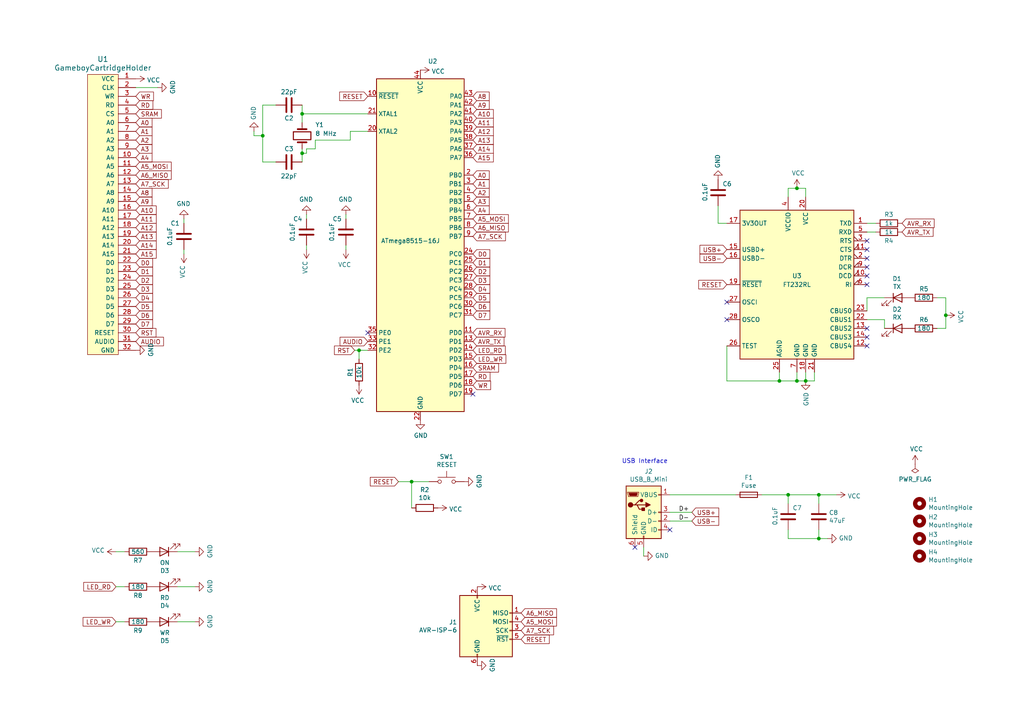
<source format=kicad_sch>
(kicad_sch (version 20230121) (generator eeschema)

  (uuid 9d0614fb-dce1-425e-8b18-905df4ed3839)

  (paper "A4")

  (lib_symbols
    (symbol "Connector:AVR-ISP-6" (pin_names (offset 1.016)) (in_bom yes) (on_board yes)
      (property "Reference" "J" (at -6.35 11.43 0)
        (effects (font (size 1.27 1.27)) (justify left))
      )
      (property "Value" "AVR-ISP-6" (at 0 11.43 0)
        (effects (font (size 1.27 1.27)) (justify left))
      )
      (property "Footprint" "" (at -6.35 1.27 90)
        (effects (font (size 1.27 1.27)) hide)
      )
      (property "Datasheet" " ~" (at -32.385 -13.97 0)
        (effects (font (size 1.27 1.27)) hide)
      )
      (property "ki_keywords" "AVR ISP Connector" (at 0 0 0)
        (effects (font (size 1.27 1.27)) hide)
      )
      (property "ki_description" "Atmel 6-pin ISP connector" (at 0 0 0)
        (effects (font (size 1.27 1.27)) hide)
      )
      (property "ki_fp_filters" "IDC?Header*2x03* Pin?Header*2x03*" (at 0 0 0)
        (effects (font (size 1.27 1.27)) hide)
      )
      (symbol "AVR-ISP-6_0_1"
        (rectangle (start -2.667 -6.858) (end -2.413 -7.62)
          (stroke (width 0) (type default))
          (fill (type none))
        )
        (rectangle (start -2.667 10.16) (end -2.413 9.398)
          (stroke (width 0) (type default))
          (fill (type none))
        )
        (rectangle (start 7.62 -2.413) (end 6.858 -2.667)
          (stroke (width 0) (type default))
          (fill (type none))
        )
        (rectangle (start 7.62 0.127) (end 6.858 -0.127)
          (stroke (width 0) (type default))
          (fill (type none))
        )
        (rectangle (start 7.62 2.667) (end 6.858 2.413)
          (stroke (width 0) (type default))
          (fill (type none))
        )
        (rectangle (start 7.62 5.207) (end 6.858 4.953)
          (stroke (width 0) (type default))
          (fill (type none))
        )
        (rectangle (start 7.62 10.16) (end -7.62 -7.62)
          (stroke (width 0.254) (type default))
          (fill (type background))
        )
      )
      (symbol "AVR-ISP-6_1_1"
        (pin passive line (at 10.16 5.08 180) (length 2.54)
          (name "MISO" (effects (font (size 1.27 1.27))))
          (number "1" (effects (font (size 1.27 1.27))))
        )
        (pin passive line (at -2.54 12.7 270) (length 2.54)
          (name "VCC" (effects (font (size 1.27 1.27))))
          (number "2" (effects (font (size 1.27 1.27))))
        )
        (pin passive line (at 10.16 0 180) (length 2.54)
          (name "SCK" (effects (font (size 1.27 1.27))))
          (number "3" (effects (font (size 1.27 1.27))))
        )
        (pin passive line (at 10.16 2.54 180) (length 2.54)
          (name "MOSI" (effects (font (size 1.27 1.27))))
          (number "4" (effects (font (size 1.27 1.27))))
        )
        (pin passive line (at 10.16 -2.54 180) (length 2.54)
          (name "~{RST}" (effects (font (size 1.27 1.27))))
          (number "5" (effects (font (size 1.27 1.27))))
        )
        (pin passive line (at -2.54 -10.16 90) (length 2.54)
          (name "GND" (effects (font (size 1.27 1.27))))
          (number "6" (effects (font (size 1.27 1.27))))
        )
      )
    )
    (symbol "Connector:USB_B_Mini" (pin_names (offset 1.016)) (in_bom yes) (on_board yes)
      (property "Reference" "J" (at -5.08 11.43 0)
        (effects (font (size 1.27 1.27)) (justify left))
      )
      (property "Value" "USB_B_Mini" (at -5.08 8.89 0)
        (effects (font (size 1.27 1.27)) (justify left))
      )
      (property "Footprint" "" (at 3.81 -1.27 0)
        (effects (font (size 1.27 1.27)) hide)
      )
      (property "Datasheet" "~" (at 3.81 -1.27 0)
        (effects (font (size 1.27 1.27)) hide)
      )
      (property "ki_keywords" "connector USB mini" (at 0 0 0)
        (effects (font (size 1.27 1.27)) hide)
      )
      (property "ki_description" "USB Mini Type B connector" (at 0 0 0)
        (effects (font (size 1.27 1.27)) hide)
      )
      (property "ki_fp_filters" "USB*" (at 0 0 0)
        (effects (font (size 1.27 1.27)) hide)
      )
      (symbol "USB_B_Mini_0_1"
        (rectangle (start -5.08 -7.62) (end 5.08 7.62)
          (stroke (width 0.254) (type default))
          (fill (type background))
        )
        (circle (center -3.81 2.159) (radius 0.635)
          (stroke (width 0.254) (type default))
          (fill (type outline))
        )
        (circle (center -0.635 3.429) (radius 0.381)
          (stroke (width 0.254) (type default))
          (fill (type outline))
        )
        (rectangle (start -0.127 -7.62) (end 0.127 -6.858)
          (stroke (width 0) (type default))
          (fill (type none))
        )
        (polyline
          (pts
            (xy -1.905 2.159)
            (xy 0.635 2.159)
          )
          (stroke (width 0.254) (type default))
          (fill (type none))
        )
        (polyline
          (pts
            (xy -3.175 2.159)
            (xy -2.54 2.159)
            (xy -1.27 3.429)
            (xy -0.635 3.429)
          )
          (stroke (width 0.254) (type default))
          (fill (type none))
        )
        (polyline
          (pts
            (xy -2.54 2.159)
            (xy -1.905 2.159)
            (xy -1.27 0.889)
            (xy 0 0.889)
          )
          (stroke (width 0.254) (type default))
          (fill (type none))
        )
        (polyline
          (pts
            (xy 0.635 2.794)
            (xy 0.635 1.524)
            (xy 1.905 2.159)
            (xy 0.635 2.794)
          )
          (stroke (width 0.254) (type default))
          (fill (type outline))
        )
        (polyline
          (pts
            (xy -4.318 5.588)
            (xy -1.778 5.588)
            (xy -2.032 4.826)
            (xy -4.064 4.826)
            (xy -4.318 5.588)
          )
          (stroke (width 0) (type default))
          (fill (type outline))
        )
        (polyline
          (pts
            (xy -4.699 5.842)
            (xy -4.699 5.588)
            (xy -4.445 4.826)
            (xy -4.445 4.572)
            (xy -1.651 4.572)
            (xy -1.651 4.826)
            (xy -1.397 5.588)
            (xy -1.397 5.842)
            (xy -4.699 5.842)
          )
          (stroke (width 0) (type default))
          (fill (type none))
        )
        (rectangle (start 0.254 1.27) (end -0.508 0.508)
          (stroke (width 0.254) (type default))
          (fill (type outline))
        )
        (rectangle (start 5.08 -5.207) (end 4.318 -4.953)
          (stroke (width 0) (type default))
          (fill (type none))
        )
        (rectangle (start 5.08 -2.667) (end 4.318 -2.413)
          (stroke (width 0) (type default))
          (fill (type none))
        )
        (rectangle (start 5.08 -0.127) (end 4.318 0.127)
          (stroke (width 0) (type default))
          (fill (type none))
        )
        (rectangle (start 5.08 4.953) (end 4.318 5.207)
          (stroke (width 0) (type default))
          (fill (type none))
        )
      )
      (symbol "USB_B_Mini_1_1"
        (pin power_out line (at 7.62 5.08 180) (length 2.54)
          (name "VBUS" (effects (font (size 1.27 1.27))))
          (number "1" (effects (font (size 1.27 1.27))))
        )
        (pin bidirectional line (at 7.62 -2.54 180) (length 2.54)
          (name "D-" (effects (font (size 1.27 1.27))))
          (number "2" (effects (font (size 1.27 1.27))))
        )
        (pin bidirectional line (at 7.62 0 180) (length 2.54)
          (name "D+" (effects (font (size 1.27 1.27))))
          (number "3" (effects (font (size 1.27 1.27))))
        )
        (pin passive line (at 7.62 -5.08 180) (length 2.54)
          (name "ID" (effects (font (size 1.27 1.27))))
          (number "4" (effects (font (size 1.27 1.27))))
        )
        (pin power_out line (at 0 -10.16 90) (length 2.54)
          (name "GND" (effects (font (size 1.27 1.27))))
          (number "5" (effects (font (size 1.27 1.27))))
        )
        (pin passive line (at -2.54 -10.16 90) (length 2.54)
          (name "Shield" (effects (font (size 1.27 1.27))))
          (number "6" (effects (font (size 1.27 1.27))))
        )
      )
    )
    (symbol "Device:C" (pin_numbers hide) (pin_names (offset 0.254)) (in_bom yes) (on_board yes)
      (property "Reference" "C" (at 0.635 2.54 0)
        (effects (font (size 1.27 1.27)) (justify left))
      )
      (property "Value" "C" (at 0.635 -2.54 0)
        (effects (font (size 1.27 1.27)) (justify left))
      )
      (property "Footprint" "" (at 0.9652 -3.81 0)
        (effects (font (size 1.27 1.27)) hide)
      )
      (property "Datasheet" "~" (at 0 0 0)
        (effects (font (size 1.27 1.27)) hide)
      )
      (property "ki_keywords" "cap capacitor" (at 0 0 0)
        (effects (font (size 1.27 1.27)) hide)
      )
      (property "ki_description" "Unpolarized capacitor" (at 0 0 0)
        (effects (font (size 1.27 1.27)) hide)
      )
      (property "ki_fp_filters" "C_*" (at 0 0 0)
        (effects (font (size 1.27 1.27)) hide)
      )
      (symbol "C_0_1"
        (polyline
          (pts
            (xy -2.032 -0.762)
            (xy 2.032 -0.762)
          )
          (stroke (width 0.508) (type default))
          (fill (type none))
        )
        (polyline
          (pts
            (xy -2.032 0.762)
            (xy 2.032 0.762)
          )
          (stroke (width 0.508) (type default))
          (fill (type none))
        )
      )
      (symbol "C_1_1"
        (pin passive line (at 0 3.81 270) (length 2.794)
          (name "~" (effects (font (size 1.27 1.27))))
          (number "1" (effects (font (size 1.27 1.27))))
        )
        (pin passive line (at 0 -3.81 90) (length 2.794)
          (name "~" (effects (font (size 1.27 1.27))))
          (number "2" (effects (font (size 1.27 1.27))))
        )
      )
    )
    (symbol "Device:Crystal" (pin_numbers hide) (pin_names (offset 1.016) hide) (in_bom yes) (on_board yes)
      (property "Reference" "Y" (at 0 3.81 0)
        (effects (font (size 1.27 1.27)))
      )
      (property "Value" "Crystal" (at 0 -3.81 0)
        (effects (font (size 1.27 1.27)))
      )
      (property "Footprint" "" (at 0 0 0)
        (effects (font (size 1.27 1.27)) hide)
      )
      (property "Datasheet" "~" (at 0 0 0)
        (effects (font (size 1.27 1.27)) hide)
      )
      (property "ki_keywords" "quartz ceramic resonator oscillator" (at 0 0 0)
        (effects (font (size 1.27 1.27)) hide)
      )
      (property "ki_description" "Two pin crystal" (at 0 0 0)
        (effects (font (size 1.27 1.27)) hide)
      )
      (property "ki_fp_filters" "Crystal*" (at 0 0 0)
        (effects (font (size 1.27 1.27)) hide)
      )
      (symbol "Crystal_0_1"
        (rectangle (start -1.143 2.54) (end 1.143 -2.54)
          (stroke (width 0.3048) (type default))
          (fill (type none))
        )
        (polyline
          (pts
            (xy -2.54 0)
            (xy -1.905 0)
          )
          (stroke (width 0) (type default))
          (fill (type none))
        )
        (polyline
          (pts
            (xy -1.905 -1.27)
            (xy -1.905 1.27)
          )
          (stroke (width 0.508) (type default))
          (fill (type none))
        )
        (polyline
          (pts
            (xy 1.905 -1.27)
            (xy 1.905 1.27)
          )
          (stroke (width 0.508) (type default))
          (fill (type none))
        )
        (polyline
          (pts
            (xy 2.54 0)
            (xy 1.905 0)
          )
          (stroke (width 0) (type default))
          (fill (type none))
        )
      )
      (symbol "Crystal_1_1"
        (pin passive line (at -3.81 0 0) (length 1.27)
          (name "1" (effects (font (size 1.27 1.27))))
          (number "1" (effects (font (size 1.27 1.27))))
        )
        (pin passive line (at 3.81 0 180) (length 1.27)
          (name "2" (effects (font (size 1.27 1.27))))
          (number "2" (effects (font (size 1.27 1.27))))
        )
      )
    )
    (symbol "Device:Fuse" (pin_numbers hide) (pin_names (offset 0)) (in_bom yes) (on_board yes)
      (property "Reference" "F" (at 2.032 0 90)
        (effects (font (size 1.27 1.27)))
      )
      (property "Value" "Fuse" (at -1.905 0 90)
        (effects (font (size 1.27 1.27)))
      )
      (property "Footprint" "" (at -1.778 0 90)
        (effects (font (size 1.27 1.27)) hide)
      )
      (property "Datasheet" "~" (at 0 0 0)
        (effects (font (size 1.27 1.27)) hide)
      )
      (property "ki_keywords" "fuse" (at 0 0 0)
        (effects (font (size 1.27 1.27)) hide)
      )
      (property "ki_description" "Fuse" (at 0 0 0)
        (effects (font (size 1.27 1.27)) hide)
      )
      (property "ki_fp_filters" "*Fuse*" (at 0 0 0)
        (effects (font (size 1.27 1.27)) hide)
      )
      (symbol "Fuse_0_1"
        (rectangle (start -0.762 -2.54) (end 0.762 2.54)
          (stroke (width 0.254) (type default))
          (fill (type none))
        )
        (polyline
          (pts
            (xy 0 2.54)
            (xy 0 -2.54)
          )
          (stroke (width 0) (type default))
          (fill (type none))
        )
      )
      (symbol "Fuse_1_1"
        (pin passive line (at 0 3.81 270) (length 1.27)
          (name "~" (effects (font (size 1.27 1.27))))
          (number "1" (effects (font (size 1.27 1.27))))
        )
        (pin passive line (at 0 -3.81 90) (length 1.27)
          (name "~" (effects (font (size 1.27 1.27))))
          (number "2" (effects (font (size 1.27 1.27))))
        )
      )
    )
    (symbol "Device:LED" (pin_numbers hide) (pin_names (offset 1.016) hide) (in_bom yes) (on_board yes)
      (property "Reference" "D" (at 0 2.54 0)
        (effects (font (size 1.27 1.27)))
      )
      (property "Value" "LED" (at 0 -2.54 0)
        (effects (font (size 1.27 1.27)))
      )
      (property "Footprint" "" (at 0 0 0)
        (effects (font (size 1.27 1.27)) hide)
      )
      (property "Datasheet" "~" (at 0 0 0)
        (effects (font (size 1.27 1.27)) hide)
      )
      (property "ki_keywords" "LED diode" (at 0 0 0)
        (effects (font (size 1.27 1.27)) hide)
      )
      (property "ki_description" "Light emitting diode" (at 0 0 0)
        (effects (font (size 1.27 1.27)) hide)
      )
      (property "ki_fp_filters" "LED* LED_SMD:* LED_THT:*" (at 0 0 0)
        (effects (font (size 1.27 1.27)) hide)
      )
      (symbol "LED_0_1"
        (polyline
          (pts
            (xy -1.27 -1.27)
            (xy -1.27 1.27)
          )
          (stroke (width 0.254) (type default))
          (fill (type none))
        )
        (polyline
          (pts
            (xy -1.27 0)
            (xy 1.27 0)
          )
          (stroke (width 0) (type default))
          (fill (type none))
        )
        (polyline
          (pts
            (xy 1.27 -1.27)
            (xy 1.27 1.27)
            (xy -1.27 0)
            (xy 1.27 -1.27)
          )
          (stroke (width 0.254) (type default))
          (fill (type none))
        )
        (polyline
          (pts
            (xy -3.048 -0.762)
            (xy -4.572 -2.286)
            (xy -3.81 -2.286)
            (xy -4.572 -2.286)
            (xy -4.572 -1.524)
          )
          (stroke (width 0) (type default))
          (fill (type none))
        )
        (polyline
          (pts
            (xy -1.778 -0.762)
            (xy -3.302 -2.286)
            (xy -2.54 -2.286)
            (xy -3.302 -2.286)
            (xy -3.302 -1.524)
          )
          (stroke (width 0) (type default))
          (fill (type none))
        )
      )
      (symbol "LED_1_1"
        (pin passive line (at -3.81 0 0) (length 2.54)
          (name "K" (effects (font (size 1.27 1.27))))
          (number "1" (effects (font (size 1.27 1.27))))
        )
        (pin passive line (at 3.81 0 180) (length 2.54)
          (name "A" (effects (font (size 1.27 1.27))))
          (number "2" (effects (font (size 1.27 1.27))))
        )
      )
    )
    (symbol "Device:R" (pin_numbers hide) (pin_names (offset 0)) (in_bom yes) (on_board yes)
      (property "Reference" "R" (at 2.032 0 90)
        (effects (font (size 1.27 1.27)))
      )
      (property "Value" "R" (at 0 0 90)
        (effects (font (size 1.27 1.27)))
      )
      (property "Footprint" "" (at -1.778 0 90)
        (effects (font (size 1.27 1.27)) hide)
      )
      (property "Datasheet" "~" (at 0 0 0)
        (effects (font (size 1.27 1.27)) hide)
      )
      (property "ki_keywords" "R res resistor" (at 0 0 0)
        (effects (font (size 1.27 1.27)) hide)
      )
      (property "ki_description" "Resistor" (at 0 0 0)
        (effects (font (size 1.27 1.27)) hide)
      )
      (property "ki_fp_filters" "R_*" (at 0 0 0)
        (effects (font (size 1.27 1.27)) hide)
      )
      (symbol "R_0_1"
        (rectangle (start -1.016 -2.54) (end 1.016 2.54)
          (stroke (width 0.254) (type default))
          (fill (type none))
        )
      )
      (symbol "R_1_1"
        (pin passive line (at 0 3.81 270) (length 1.27)
          (name "~" (effects (font (size 1.27 1.27))))
          (number "1" (effects (font (size 1.27 1.27))))
        )
        (pin passive line (at 0 -3.81 90) (length 1.27)
          (name "~" (effects (font (size 1.27 1.27))))
          (number "2" (effects (font (size 1.27 1.27))))
        )
      )
    )
    (symbol "Interface_USB:FT232RL" (in_bom yes) (on_board yes)
      (property "Reference" "U" (at -16.51 22.86 0)
        (effects (font (size 1.27 1.27)) (justify left))
      )
      (property "Value" "FT232RL" (at 10.16 22.86 0)
        (effects (font (size 1.27 1.27)) (justify left))
      )
      (property "Footprint" "Package_SO:SSOP-28_5.3x10.2mm_P0.65mm" (at 27.94 -22.86 0)
        (effects (font (size 1.27 1.27)) hide)
      )
      (property "Datasheet" "https://www.ftdichip.com/Support/Documents/DataSheets/ICs/DS_FT232R.pdf" (at 0 0 0)
        (effects (font (size 1.27 1.27)) hide)
      )
      (property "ki_keywords" "FTDI USB Serial" (at 0 0 0)
        (effects (font (size 1.27 1.27)) hide)
      )
      (property "ki_description" "USB to Serial Interface, SSOP-28" (at 0 0 0)
        (effects (font (size 1.27 1.27)) hide)
      )
      (property "ki_fp_filters" "SSOP*5.3x10.2mm*P0.65mm*" (at 0 0 0)
        (effects (font (size 1.27 1.27)) hide)
      )
      (symbol "FT232RL_0_1"
        (rectangle (start -16.51 21.59) (end 16.51 -21.59)
          (stroke (width 0.254) (type default))
          (fill (type background))
        )
      )
      (symbol "FT232RL_1_1"
        (pin output line (at 20.32 17.78 180) (length 3.81)
          (name "TXD" (effects (font (size 1.27 1.27))))
          (number "1" (effects (font (size 1.27 1.27))))
        )
        (pin input input_low (at 20.32 2.54 180) (length 3.81)
          (name "DCD" (effects (font (size 1.27 1.27))))
          (number "10" (effects (font (size 1.27 1.27))))
        )
        (pin input input_low (at 20.32 10.16 180) (length 3.81)
          (name "CTS" (effects (font (size 1.27 1.27))))
          (number "11" (effects (font (size 1.27 1.27))))
        )
        (pin bidirectional line (at 20.32 -17.78 180) (length 3.81)
          (name "CBUS4" (effects (font (size 1.27 1.27))))
          (number "12" (effects (font (size 1.27 1.27))))
        )
        (pin bidirectional line (at 20.32 -12.7 180) (length 3.81)
          (name "CBUS2" (effects (font (size 1.27 1.27))))
          (number "13" (effects (font (size 1.27 1.27))))
        )
        (pin bidirectional line (at 20.32 -15.24 180) (length 3.81)
          (name "CBUS3" (effects (font (size 1.27 1.27))))
          (number "14" (effects (font (size 1.27 1.27))))
        )
        (pin bidirectional line (at -20.32 10.16 0) (length 3.81)
          (name "USBD+" (effects (font (size 1.27 1.27))))
          (number "15" (effects (font (size 1.27 1.27))))
        )
        (pin bidirectional line (at -20.32 7.62 0) (length 3.81)
          (name "USBD-" (effects (font (size 1.27 1.27))))
          (number "16" (effects (font (size 1.27 1.27))))
        )
        (pin power_out line (at -20.32 17.78 0) (length 3.81)
          (name "3V3OUT" (effects (font (size 1.27 1.27))))
          (number "17" (effects (font (size 1.27 1.27))))
        )
        (pin power_in line (at 2.54 -25.4 90) (length 3.81)
          (name "GND" (effects (font (size 1.27 1.27))))
          (number "18" (effects (font (size 1.27 1.27))))
        )
        (pin input line (at -20.32 0 0) (length 3.81)
          (name "~{RESET}" (effects (font (size 1.27 1.27))))
          (number "19" (effects (font (size 1.27 1.27))))
        )
        (pin output output_low (at 20.32 7.62 180) (length 3.81)
          (name "DTR" (effects (font (size 1.27 1.27))))
          (number "2" (effects (font (size 1.27 1.27))))
        )
        (pin power_in line (at 2.54 25.4 270) (length 3.81)
          (name "VCC" (effects (font (size 1.27 1.27))))
          (number "20" (effects (font (size 1.27 1.27))))
        )
        (pin power_in line (at 5.08 -25.4 90) (length 3.81)
          (name "GND" (effects (font (size 1.27 1.27))))
          (number "21" (effects (font (size 1.27 1.27))))
        )
        (pin bidirectional line (at 20.32 -10.16 180) (length 3.81)
          (name "CBUS1" (effects (font (size 1.27 1.27))))
          (number "22" (effects (font (size 1.27 1.27))))
        )
        (pin bidirectional line (at 20.32 -7.62 180) (length 3.81)
          (name "CBUS0" (effects (font (size 1.27 1.27))))
          (number "23" (effects (font (size 1.27 1.27))))
        )
        (pin power_in line (at -5.08 -25.4 90) (length 3.81)
          (name "AGND" (effects (font (size 1.27 1.27))))
          (number "25" (effects (font (size 1.27 1.27))))
        )
        (pin input line (at -20.32 -17.78 0) (length 3.81)
          (name "TEST" (effects (font (size 1.27 1.27))))
          (number "26" (effects (font (size 1.27 1.27))))
        )
        (pin input line (at -20.32 -5.08 0) (length 3.81)
          (name "OSCI" (effects (font (size 1.27 1.27))))
          (number "27" (effects (font (size 1.27 1.27))))
        )
        (pin output line (at -20.32 -10.16 0) (length 3.81)
          (name "OSCO" (effects (font (size 1.27 1.27))))
          (number "28" (effects (font (size 1.27 1.27))))
        )
        (pin output output_low (at 20.32 12.7 180) (length 3.81)
          (name "RTS" (effects (font (size 1.27 1.27))))
          (number "3" (effects (font (size 1.27 1.27))))
        )
        (pin power_in line (at -2.54 25.4 270) (length 3.81)
          (name "VCCIO" (effects (font (size 1.27 1.27))))
          (number "4" (effects (font (size 1.27 1.27))))
        )
        (pin input line (at 20.32 15.24 180) (length 3.81)
          (name "RXD" (effects (font (size 1.27 1.27))))
          (number "5" (effects (font (size 1.27 1.27))))
        )
        (pin input input_low (at 20.32 0 180) (length 3.81)
          (name "RI" (effects (font (size 1.27 1.27))))
          (number "6" (effects (font (size 1.27 1.27))))
        )
        (pin power_in line (at 0 -25.4 90) (length 3.81)
          (name "GND" (effects (font (size 1.27 1.27))))
          (number "7" (effects (font (size 1.27 1.27))))
        )
        (pin input input_low (at 20.32 5.08 180) (length 3.81)
          (name "DCR" (effects (font (size 1.27 1.27))))
          (number "9" (effects (font (size 1.27 1.27))))
        )
      )
    )
    (symbol "MCU_Microchip_ATmega:ATmega8515-16J" (in_bom yes) (on_board yes)
      (property "Reference" "U" (at -12.7 49.53 0)
        (effects (font (size 1.27 1.27)) (justify left bottom))
      )
      (property "Value" "ATmega8515-16J" (at 2.54 -49.53 0)
        (effects (font (size 1.27 1.27)) (justify left top))
      )
      (property "Footprint" "Package_LCC:PLCC-44" (at 0 0 0)
        (effects (font (size 1.27 1.27) italic) hide)
      )
      (property "Datasheet" "http://ww1.microchip.com/downloads/en/DeviceDoc/doc2512.pdf" (at 0 0 0)
        (effects (font (size 1.27 1.27)) hide)
      )
      (property "ki_keywords" "AVR 8bit Microcontroller MegaAVR" (at 0 0 0)
        (effects (font (size 1.27 1.27)) hide)
      )
      (property "ki_description" "16MHz, 8kB Flash, 512B SRAM, 512B EEPROM, PLCC-44" (at 0 0 0)
        (effects (font (size 1.27 1.27)) hide)
      )
      (property "ki_fp_filters" "PLCC*" (at 0 0 0)
        (effects (font (size 1.27 1.27)) hide)
      )
      (symbol "ATmega8515-16J_0_1"
        (rectangle (start -12.7 -48.26) (end 12.7 48.26)
          (stroke (width 0.254) (type default))
          (fill (type background))
        )
      )
      (symbol "ATmega8515-16J_1_1"
        (pin no_connect line (at -12.7 -38.1 0) (length 2.54) hide
          (name "NC" (effects (font (size 1.27 1.27))))
          (number "1" (effects (font (size 1.27 1.27))))
        )
        (pin input line (at -15.24 43.18 0) (length 2.54)
          (name "~{RESET}" (effects (font (size 1.27 1.27))))
          (number "10" (effects (font (size 1.27 1.27))))
        )
        (pin bidirectional line (at 15.24 -25.4 180) (length 2.54)
          (name "PD0" (effects (font (size 1.27 1.27))))
          (number "11" (effects (font (size 1.27 1.27))))
        )
        (pin no_connect line (at -12.7 -40.64 0) (length 2.54) hide
          (name "NC" (effects (font (size 1.27 1.27))))
          (number "12" (effects (font (size 1.27 1.27))))
        )
        (pin bidirectional line (at 15.24 -27.94 180) (length 2.54)
          (name "PD1" (effects (font (size 1.27 1.27))))
          (number "13" (effects (font (size 1.27 1.27))))
        )
        (pin bidirectional line (at 15.24 -30.48 180) (length 2.54)
          (name "PD2" (effects (font (size 1.27 1.27))))
          (number "14" (effects (font (size 1.27 1.27))))
        )
        (pin bidirectional line (at 15.24 -33.02 180) (length 2.54)
          (name "PD3" (effects (font (size 1.27 1.27))))
          (number "15" (effects (font (size 1.27 1.27))))
        )
        (pin bidirectional line (at 15.24 -35.56 180) (length 2.54)
          (name "PD4" (effects (font (size 1.27 1.27))))
          (number "16" (effects (font (size 1.27 1.27))))
        )
        (pin bidirectional line (at 15.24 -38.1 180) (length 2.54)
          (name "PD5" (effects (font (size 1.27 1.27))))
          (number "17" (effects (font (size 1.27 1.27))))
        )
        (pin bidirectional line (at 15.24 -40.64 180) (length 2.54)
          (name "PD6" (effects (font (size 1.27 1.27))))
          (number "18" (effects (font (size 1.27 1.27))))
        )
        (pin bidirectional line (at 15.24 -43.18 180) (length 2.54)
          (name "PD7" (effects (font (size 1.27 1.27))))
          (number "19" (effects (font (size 1.27 1.27))))
        )
        (pin bidirectional line (at 15.24 20.32 180) (length 2.54)
          (name "PB0" (effects (font (size 1.27 1.27))))
          (number "2" (effects (font (size 1.27 1.27))))
        )
        (pin output line (at -15.24 33.02 0) (length 2.54)
          (name "XTAL2" (effects (font (size 1.27 1.27))))
          (number "20" (effects (font (size 1.27 1.27))))
        )
        (pin input line (at -15.24 38.1 0) (length 2.54)
          (name "XTAL1" (effects (font (size 1.27 1.27))))
          (number "21" (effects (font (size 1.27 1.27))))
        )
        (pin power_in line (at 0 -50.8 90) (length 2.54)
          (name "GND" (effects (font (size 1.27 1.27))))
          (number "22" (effects (font (size 1.27 1.27))))
        )
        (pin no_connect line (at -12.7 -43.18 0) (length 2.54) hide
          (name "NC" (effects (font (size 1.27 1.27))))
          (number "23" (effects (font (size 1.27 1.27))))
        )
        (pin bidirectional line (at 15.24 -2.54 180) (length 2.54)
          (name "PC0" (effects (font (size 1.27 1.27))))
          (number "24" (effects (font (size 1.27 1.27))))
        )
        (pin bidirectional line (at 15.24 -5.08 180) (length 2.54)
          (name "PC1" (effects (font (size 1.27 1.27))))
          (number "25" (effects (font (size 1.27 1.27))))
        )
        (pin bidirectional line (at 15.24 -7.62 180) (length 2.54)
          (name "PC2" (effects (font (size 1.27 1.27))))
          (number "26" (effects (font (size 1.27 1.27))))
        )
        (pin bidirectional line (at 15.24 -10.16 180) (length 2.54)
          (name "PC3" (effects (font (size 1.27 1.27))))
          (number "27" (effects (font (size 1.27 1.27))))
        )
        (pin bidirectional line (at 15.24 -12.7 180) (length 2.54)
          (name "PC4" (effects (font (size 1.27 1.27))))
          (number "28" (effects (font (size 1.27 1.27))))
        )
        (pin bidirectional line (at 15.24 -15.24 180) (length 2.54)
          (name "PC5" (effects (font (size 1.27 1.27))))
          (number "29" (effects (font (size 1.27 1.27))))
        )
        (pin bidirectional line (at 15.24 17.78 180) (length 2.54)
          (name "PB1" (effects (font (size 1.27 1.27))))
          (number "3" (effects (font (size 1.27 1.27))))
        )
        (pin bidirectional line (at 15.24 -17.78 180) (length 2.54)
          (name "PC6" (effects (font (size 1.27 1.27))))
          (number "30" (effects (font (size 1.27 1.27))))
        )
        (pin bidirectional line (at 15.24 -20.32 180) (length 2.54)
          (name "PC7" (effects (font (size 1.27 1.27))))
          (number "31" (effects (font (size 1.27 1.27))))
        )
        (pin bidirectional line (at -15.24 -30.48 0) (length 2.54)
          (name "PE2" (effects (font (size 1.27 1.27))))
          (number "32" (effects (font (size 1.27 1.27))))
        )
        (pin bidirectional line (at -15.24 -27.94 0) (length 2.54)
          (name "PE1" (effects (font (size 1.27 1.27))))
          (number "33" (effects (font (size 1.27 1.27))))
        )
        (pin no_connect line (at -12.7 -45.72 0) (length 2.54) hide
          (name "NC" (effects (font (size 1.27 1.27))))
          (number "34" (effects (font (size 1.27 1.27))))
        )
        (pin bidirectional line (at -15.24 -25.4 0) (length 2.54)
          (name "PE0" (effects (font (size 1.27 1.27))))
          (number "35" (effects (font (size 1.27 1.27))))
        )
        (pin bidirectional line (at 15.24 25.4 180) (length 2.54)
          (name "PA7" (effects (font (size 1.27 1.27))))
          (number "36" (effects (font (size 1.27 1.27))))
        )
        (pin bidirectional line (at 15.24 27.94 180) (length 2.54)
          (name "PA6" (effects (font (size 1.27 1.27))))
          (number "37" (effects (font (size 1.27 1.27))))
        )
        (pin bidirectional line (at 15.24 30.48 180) (length 2.54)
          (name "PA5" (effects (font (size 1.27 1.27))))
          (number "38" (effects (font (size 1.27 1.27))))
        )
        (pin bidirectional line (at 15.24 33.02 180) (length 2.54)
          (name "PA4" (effects (font (size 1.27 1.27))))
          (number "39" (effects (font (size 1.27 1.27))))
        )
        (pin bidirectional line (at 15.24 15.24 180) (length 2.54)
          (name "PB2" (effects (font (size 1.27 1.27))))
          (number "4" (effects (font (size 1.27 1.27))))
        )
        (pin bidirectional line (at 15.24 35.56 180) (length 2.54)
          (name "PA3" (effects (font (size 1.27 1.27))))
          (number "40" (effects (font (size 1.27 1.27))))
        )
        (pin bidirectional line (at 15.24 38.1 180) (length 2.54)
          (name "PA2" (effects (font (size 1.27 1.27))))
          (number "41" (effects (font (size 1.27 1.27))))
        )
        (pin bidirectional line (at 15.24 40.64 180) (length 2.54)
          (name "PA1" (effects (font (size 1.27 1.27))))
          (number "42" (effects (font (size 1.27 1.27))))
        )
        (pin bidirectional line (at 15.24 43.18 180) (length 2.54)
          (name "PA0" (effects (font (size 1.27 1.27))))
          (number "43" (effects (font (size 1.27 1.27))))
        )
        (pin power_in line (at 0 50.8 270) (length 2.54)
          (name "VCC" (effects (font (size 1.27 1.27))))
          (number "44" (effects (font (size 1.27 1.27))))
        )
        (pin bidirectional line (at 15.24 12.7 180) (length 2.54)
          (name "PB3" (effects (font (size 1.27 1.27))))
          (number "5" (effects (font (size 1.27 1.27))))
        )
        (pin bidirectional line (at 15.24 10.16 180) (length 2.54)
          (name "PB4" (effects (font (size 1.27 1.27))))
          (number "6" (effects (font (size 1.27 1.27))))
        )
        (pin bidirectional line (at 15.24 7.62 180) (length 2.54)
          (name "PB5" (effects (font (size 1.27 1.27))))
          (number "7" (effects (font (size 1.27 1.27))))
        )
        (pin bidirectional line (at 15.24 5.08 180) (length 2.54)
          (name "PB6" (effects (font (size 1.27 1.27))))
          (number "8" (effects (font (size 1.27 1.27))))
        )
        (pin bidirectional line (at 15.24 2.54 180) (length 2.54)
          (name "PB7" (effects (font (size 1.27 1.27))))
          (number "9" (effects (font (size 1.27 1.27))))
        )
      )
    )
    (symbol "Mechanical:MountingHole" (pin_names (offset 1.016)) (in_bom yes) (on_board yes)
      (property "Reference" "H" (at 0 5.08 0)
        (effects (font (size 1.27 1.27)))
      )
      (property "Value" "MountingHole" (at 0 3.175 0)
        (effects (font (size 1.27 1.27)))
      )
      (property "Footprint" "" (at 0 0 0)
        (effects (font (size 1.27 1.27)) hide)
      )
      (property "Datasheet" "~" (at 0 0 0)
        (effects (font (size 1.27 1.27)) hide)
      )
      (property "ki_keywords" "mounting hole" (at 0 0 0)
        (effects (font (size 1.27 1.27)) hide)
      )
      (property "ki_description" "Mounting Hole without connection" (at 0 0 0)
        (effects (font (size 1.27 1.27)) hide)
      )
      (property "ki_fp_filters" "MountingHole*" (at 0 0 0)
        (effects (font (size 1.27 1.27)) hide)
      )
      (symbol "MountingHole_0_1"
        (circle (center 0 0) (radius 1.27)
          (stroke (width 1.27) (type default))
          (fill (type none))
        )
      )
    )
    (symbol "Switch:SW_Push" (pin_numbers hide) (pin_names (offset 1.016) hide) (in_bom yes) (on_board yes)
      (property "Reference" "SW" (at 1.27 2.54 0)
        (effects (font (size 1.27 1.27)) (justify left))
      )
      (property "Value" "SW_Push" (at 0 -1.524 0)
        (effects (font (size 1.27 1.27)))
      )
      (property "Footprint" "" (at 0 5.08 0)
        (effects (font (size 1.27 1.27)) hide)
      )
      (property "Datasheet" "~" (at 0 5.08 0)
        (effects (font (size 1.27 1.27)) hide)
      )
      (property "ki_keywords" "switch normally-open pushbutton push-button" (at 0 0 0)
        (effects (font (size 1.27 1.27)) hide)
      )
      (property "ki_description" "Push button switch, generic, two pins" (at 0 0 0)
        (effects (font (size 1.27 1.27)) hide)
      )
      (symbol "SW_Push_0_1"
        (circle (center -2.032 0) (radius 0.508)
          (stroke (width 0) (type default))
          (fill (type none))
        )
        (polyline
          (pts
            (xy 0 1.27)
            (xy 0 3.048)
          )
          (stroke (width 0) (type default))
          (fill (type none))
        )
        (polyline
          (pts
            (xy 2.54 1.27)
            (xy -2.54 1.27)
          )
          (stroke (width 0) (type default))
          (fill (type none))
        )
        (circle (center 2.032 0) (radius 0.508)
          (stroke (width 0) (type default))
          (fill (type none))
        )
        (pin passive line (at -5.08 0 0) (length 2.54)
          (name "1" (effects (font (size 1.27 1.27))))
          (number "1" (effects (font (size 1.27 1.27))))
        )
        (pin passive line (at 5.08 0 180) (length 2.54)
          (name "2" (effects (font (size 1.27 1.27))))
          (number "2" (effects (font (size 1.27 1.27))))
        )
      )
    )
    (symbol "gameboy:GameboyCartridgeHolder" (pin_names (offset 1.016)) (in_bom yes) (on_board yes)
      (property "Reference" "U" (at 0 -3.81 0)
        (effects (font (size 1.524 1.524)))
      )
      (property "Value" "GameboyCartridgeHolder" (at 0 -6.35 0)
        (effects (font (size 1.524 1.524)))
      )
      (property "Footprint" "" (at 0 0 0)
        (effects (font (size 1.524 1.524)) hide)
      )
      (property "Datasheet" "" (at 0 0 0)
        (effects (font (size 1.524 1.524)) hide)
      )
      (symbol "GameboyCartridgeHolder_0_1"
        (rectangle (start -39.37 6.35) (end 41.91 -2.54)
          (stroke (width 0) (type solid))
          (fill (type background))
        )
      )
      (symbol "GameboyCartridgeHolder_1_1"
        (pin input line (at -38.1 11.43 270) (length 5.08)
          (name "VCC" (effects (font (size 1.27 1.27))))
          (number "1" (effects (font (size 1.27 1.27))))
        )
        (pin input line (at -15.24 11.43 270) (length 5.08)
          (name "A4" (effects (font (size 1.27 1.27))))
          (number "10" (effects (font (size 1.27 1.27))))
        )
        (pin input line (at -12.7 11.43 270) (length 5.08)
          (name "A5" (effects (font (size 1.27 1.27))))
          (number "11" (effects (font (size 1.27 1.27))))
        )
        (pin input line (at -10.16 11.43 270) (length 5.08)
          (name "A6" (effects (font (size 1.27 1.27))))
          (number "12" (effects (font (size 1.27 1.27))))
        )
        (pin input line (at -7.62 11.43 270) (length 5.08)
          (name "A7" (effects (font (size 1.27 1.27))))
          (number "13" (effects (font (size 1.27 1.27))))
        )
        (pin input line (at -5.08 11.43 270) (length 5.08)
          (name "A8" (effects (font (size 1.27 1.27))))
          (number "14" (effects (font (size 1.27 1.27))))
        )
        (pin input line (at -2.54 11.43 270) (length 5.08)
          (name "A9" (effects (font (size 1.27 1.27))))
          (number "15" (effects (font (size 1.27 1.27))))
        )
        (pin input line (at 0 11.43 270) (length 5.08)
          (name "A10" (effects (font (size 1.27 1.27))))
          (number "16" (effects (font (size 1.27 1.27))))
        )
        (pin input line (at 2.54 11.43 270) (length 5.08)
          (name "A11" (effects (font (size 1.27 1.27))))
          (number "17" (effects (font (size 1.27 1.27))))
        )
        (pin input line (at 5.08 11.43 270) (length 5.08)
          (name "A12" (effects (font (size 1.27 1.27))))
          (number "18" (effects (font (size 1.27 1.27))))
        )
        (pin input line (at 7.62 11.43 270) (length 5.08)
          (name "A13" (effects (font (size 1.27 1.27))))
          (number "19" (effects (font (size 1.27 1.27))))
        )
        (pin input line (at -35.56 11.43 270) (length 5.08)
          (name "CLK" (effects (font (size 1.27 1.27))))
          (number "2" (effects (font (size 1.27 1.27))))
        )
        (pin input line (at 10.16 11.43 270) (length 5.08)
          (name "A14" (effects (font (size 1.27 1.27))))
          (number "20" (effects (font (size 1.27 1.27))))
        )
        (pin input line (at 12.7 11.43 270) (length 5.08)
          (name "A15" (effects (font (size 1.27 1.27))))
          (number "21" (effects (font (size 1.27 1.27))))
        )
        (pin input line (at 15.24 11.43 270) (length 5.08)
          (name "D0" (effects (font (size 1.27 1.27))))
          (number "22" (effects (font (size 1.27 1.27))))
        )
        (pin input line (at 17.78 11.43 270) (length 5.08)
          (name "D1" (effects (font (size 1.27 1.27))))
          (number "23" (effects (font (size 1.27 1.27))))
        )
        (pin input line (at 20.32 11.43 270) (length 5.08)
          (name "D2" (effects (font (size 1.27 1.27))))
          (number "24" (effects (font (size 1.27 1.27))))
        )
        (pin input line (at 22.86 11.43 270) (length 5.08)
          (name "D3" (effects (font (size 1.27 1.27))))
          (number "25" (effects (font (size 1.27 1.27))))
        )
        (pin input line (at 25.4 11.43 270) (length 5.08)
          (name "D4" (effects (font (size 1.27 1.27))))
          (number "26" (effects (font (size 1.27 1.27))))
        )
        (pin input line (at 27.94 11.43 270) (length 5.08)
          (name "D5" (effects (font (size 1.27 1.27))))
          (number "27" (effects (font (size 1.27 1.27))))
        )
        (pin input line (at 30.48 11.43 270) (length 5.08)
          (name "D6" (effects (font (size 1.27 1.27))))
          (number "28" (effects (font (size 1.27 1.27))))
        )
        (pin input line (at 33.02 11.43 270) (length 5.08)
          (name "D7" (effects (font (size 1.27 1.27))))
          (number "29" (effects (font (size 1.27 1.27))))
        )
        (pin input line (at -33.02 11.43 270) (length 5.08)
          (name "WR" (effects (font (size 1.27 1.27))))
          (number "3" (effects (font (size 1.27 1.27))))
        )
        (pin input line (at 35.56 11.43 270) (length 5.08)
          (name "RESET" (effects (font (size 1.27 1.27))))
          (number "30" (effects (font (size 1.27 1.27))))
        )
        (pin input line (at 38.1 11.43 270) (length 5.08)
          (name "AUDIO" (effects (font (size 1.27 1.27))))
          (number "31" (effects (font (size 1.27 1.27))))
        )
        (pin input line (at 40.64 11.43 270) (length 5.08)
          (name "GND" (effects (font (size 1.27 1.27))))
          (number "32" (effects (font (size 1.27 1.27))))
        )
        (pin input line (at -30.48 11.43 270) (length 5.08)
          (name "RD" (effects (font (size 1.27 1.27))))
          (number "4" (effects (font (size 1.27 1.27))))
        )
        (pin input line (at -27.94 11.43 270) (length 5.08)
          (name "CS" (effects (font (size 1.27 1.27))))
          (number "5" (effects (font (size 1.27 1.27))))
        )
        (pin input line (at -25.4 11.43 270) (length 5.08)
          (name "A0" (effects (font (size 1.27 1.27))))
          (number "6" (effects (font (size 1.27 1.27))))
        )
        (pin input line (at -22.86 11.43 270) (length 5.08)
          (name "A1" (effects (font (size 1.27 1.27))))
          (number "7" (effects (font (size 1.27 1.27))))
        )
        (pin input line (at -20.32 11.43 270) (length 5.08)
          (name "A2" (effects (font (size 1.27 1.27))))
          (number "8" (effects (font (size 1.27 1.27))))
        )
        (pin input line (at -17.78 11.43 270) (length 5.08)
          (name "A3" (effects (font (size 1.27 1.27))))
          (number "9" (effects (font (size 1.27 1.27))))
        )
      )
    )
    (symbol "power:GND" (power) (pin_names (offset 0)) (in_bom yes) (on_board yes)
      (property "Reference" "#PWR" (at 0 -6.35 0)
        (effects (font (size 1.27 1.27)) hide)
      )
      (property "Value" "GND" (at 0 -3.81 0)
        (effects (font (size 1.27 1.27)))
      )
      (property "Footprint" "" (at 0 0 0)
        (effects (font (size 1.27 1.27)) hide)
      )
      (property "Datasheet" "" (at 0 0 0)
        (effects (font (size 1.27 1.27)) hide)
      )
      (property "ki_keywords" "global power" (at 0 0 0)
        (effects (font (size 1.27 1.27)) hide)
      )
      (property "ki_description" "Power symbol creates a global label with name \"GND\" , ground" (at 0 0 0)
        (effects (font (size 1.27 1.27)) hide)
      )
      (symbol "GND_0_1"
        (polyline
          (pts
            (xy 0 0)
            (xy 0 -1.27)
            (xy 1.27 -1.27)
            (xy 0 -2.54)
            (xy -1.27 -1.27)
            (xy 0 -1.27)
          )
          (stroke (width 0) (type default))
          (fill (type none))
        )
      )
      (symbol "GND_1_1"
        (pin power_in line (at 0 0 270) (length 0) hide
          (name "GND" (effects (font (size 1.27 1.27))))
          (number "1" (effects (font (size 1.27 1.27))))
        )
      )
    )
    (symbol "power:PWR_FLAG" (power) (pin_numbers hide) (pin_names (offset 0) hide) (in_bom yes) (on_board yes)
      (property "Reference" "#FLG" (at 0 1.905 0)
        (effects (font (size 1.27 1.27)) hide)
      )
      (property "Value" "PWR_FLAG" (at 0 3.81 0)
        (effects (font (size 1.27 1.27)))
      )
      (property "Footprint" "" (at 0 0 0)
        (effects (font (size 1.27 1.27)) hide)
      )
      (property "Datasheet" "~" (at 0 0 0)
        (effects (font (size 1.27 1.27)) hide)
      )
      (property "ki_keywords" "flag power" (at 0 0 0)
        (effects (font (size 1.27 1.27)) hide)
      )
      (property "ki_description" "Special symbol for telling ERC where power comes from" (at 0 0 0)
        (effects (font (size 1.27 1.27)) hide)
      )
      (symbol "PWR_FLAG_0_0"
        (pin power_out line (at 0 0 90) (length 0)
          (name "pwr" (effects (font (size 1.27 1.27))))
          (number "1" (effects (font (size 1.27 1.27))))
        )
      )
      (symbol "PWR_FLAG_0_1"
        (polyline
          (pts
            (xy 0 0)
            (xy 0 1.27)
            (xy -1.016 1.905)
            (xy 0 2.54)
            (xy 1.016 1.905)
            (xy 0 1.27)
          )
          (stroke (width 0) (type default))
          (fill (type none))
        )
      )
    )
    (symbol "power:VCC" (power) (pin_names (offset 0)) (in_bom yes) (on_board yes)
      (property "Reference" "#PWR" (at 0 -3.81 0)
        (effects (font (size 1.27 1.27)) hide)
      )
      (property "Value" "VCC" (at 0 3.81 0)
        (effects (font (size 1.27 1.27)))
      )
      (property "Footprint" "" (at 0 0 0)
        (effects (font (size 1.27 1.27)) hide)
      )
      (property "Datasheet" "" (at 0 0 0)
        (effects (font (size 1.27 1.27)) hide)
      )
      (property "ki_keywords" "global power" (at 0 0 0)
        (effects (font (size 1.27 1.27)) hide)
      )
      (property "ki_description" "Power symbol creates a global label with name \"VCC\"" (at 0 0 0)
        (effects (font (size 1.27 1.27)) hide)
      )
      (symbol "VCC_0_1"
        (polyline
          (pts
            (xy -0.762 1.27)
            (xy 0 2.54)
          )
          (stroke (width 0) (type default))
          (fill (type none))
        )
        (polyline
          (pts
            (xy 0 0)
            (xy 0 2.54)
          )
          (stroke (width 0) (type default))
          (fill (type none))
        )
        (polyline
          (pts
            (xy 0 2.54)
            (xy 0.762 1.27)
          )
          (stroke (width 0) (type default))
          (fill (type none))
        )
      )
      (symbol "VCC_1_1"
        (pin power_in line (at 0 0 90) (length 0) hide
          (name "VCC" (effects (font (size 1.27 1.27))))
          (number "1" (effects (font (size 1.27 1.27))))
        )
      )
    )
  )

  (junction (at 87.63 44.45) (diameter 0) (color 0 0 0 0)
    (uuid 0433354d-0799-4a92-89a8-3cbf3c6c79ca)
  )
  (junction (at 233.68 110.49) (diameter 0) (color 0 0 0 0)
    (uuid 1b50190d-38f7-4349-975e-186e72f01bb4)
  )
  (junction (at 76.2 39.37) (diameter 0) (color 0 0 0 0)
    (uuid 4e2385e9-4fa8-43db-8155-250e25b74499)
  )
  (junction (at 274.32 91.44) (diameter 0) (color 0 0 0 0)
    (uuid 5a558085-d94d-4335-a38e-eecb29cca3ac)
  )
  (junction (at 231.14 110.49) (diameter 0) (color 0 0 0 0)
    (uuid 71bd0773-af3c-4c3f-828d-dff0ce4bed5a)
  )
  (junction (at 87.63 33.02) (diameter 0) (color 0 0 0 0)
    (uuid 96595f8b-656f-44a5-ad54-6e3020bb6f69)
  )
  (junction (at 237.49 143.51) (diameter 0) (color 0 0 0 0)
    (uuid a33b5cc6-551b-4b9c-8921-e5c3537a5ddb)
  )
  (junction (at 237.49 156.21) (diameter 0) (color 0 0 0 0)
    (uuid a4be0907-4a21-4a40-8fee-e964beecd3df)
  )
  (junction (at 226.06 110.49) (diameter 0) (color 0 0 0 0)
    (uuid b1c148fe-aec2-491d-b1e2-40f95bfe14a8)
  )
  (junction (at 228.6 143.51) (diameter 0) (color 0 0 0 0)
    (uuid b7fdfe81-1ff1-4d9e-9ff7-d3bd896e5f08)
  )
  (junction (at 231.14 54.61) (diameter 0) (color 0 0 0 0)
    (uuid b95a03b6-9fa6-4821-a240-0a6e82d6b353)
  )
  (junction (at 119.38 139.7) (diameter 0) (color 0 0 0 0)
    (uuid d568e1c4-17fb-478a-acc6-23572a4cd0fb)
  )
  (junction (at 104.14 101.6) (diameter 0) (color 0 0 0 0)
    (uuid da5d9aec-3ee6-4f99-959a-7acf37312e4e)
  )

  (no_connect (at 251.46 100.33) (uuid 35839149-29b7-4cca-a6f2-46cee92de291))
  (no_connect (at 106.68 96.52) (uuid 3de6a890-6c55-4ee7-a17b-265db9bc84fe))
  (no_connect (at 251.46 72.39) (uuid 409b43f1-4d09-4f59-9eca-5c260cda280b))
  (no_connect (at 251.46 82.55) (uuid 4ac71755-9048-4d81-8f4c-4a85027a3539))
  (no_connect (at 210.82 87.63) (uuid 54a74cf0-bef2-474b-91a7-aac6b7f1fbdb))
  (no_connect (at 251.46 74.93) (uuid 580495e0-d542-4ca7-910b-dca3669a8d3e))
  (no_connect (at 184.15 158.75) (uuid 608dad8f-30a2-4f8a-b002-33c59fb1251b))
  (no_connect (at 251.46 69.85) (uuid 80f84952-6c12-42fc-866c-cfaa2d1b9b69))
  (no_connect (at 251.46 97.79) (uuid a658f8b2-b811-4485-bbd9-d74740c0225f))
  (no_connect (at 194.31 153.67) (uuid bb097ee5-9540-428f-90bc-da0e9a5cf142))
  (no_connect (at 251.46 80.01) (uuid bf69e750-bc79-4791-9746-bf4d5ccbb202))
  (no_connect (at 210.82 92.71) (uuid cccefc21-1df9-453a-b6ac-c4819c4ef944))
  (no_connect (at 251.46 95.25) (uuid cfbfdc99-ca11-41ff-9f68-81837cd849fb))
  (no_connect (at 251.46 77.47) (uuid eeabe854-0b4b-4dc4-bc4b-d182deb0e215))
  (no_connect (at 137.16 114.3) (uuid eeb289c2-0c1f-439b-b5af-362f4c107f62))

  (wire (pts (xy 87.63 33.02) (xy 106.68 33.02))
    (stroke (width 0) (type default))
    (uuid 0343fe54-00a9-41f4-9f4e-f180fcd97556)
  )
  (wire (pts (xy 256.54 86.36) (xy 251.46 86.36))
    (stroke (width 0) (type default))
    (uuid 0bc75e04-d8f0-44c6-b7da-11923b6b784f)
  )
  (wire (pts (xy 91.44 43.18) (xy 91.44 40.64))
    (stroke (width 0) (type default))
    (uuid 0eb3b250-4b68-4226-8fa3-2dafc4c43d81)
  )
  (wire (pts (xy 226.06 110.49) (xy 210.82 110.49))
    (stroke (width 0) (type default))
    (uuid 0fa1e11e-7c32-4330-83c7-c025804290e7)
  )
  (wire (pts (xy 73.66 39.37) (xy 76.2 39.37))
    (stroke (width 0) (type default))
    (uuid 1008ffc7-585b-4e67-98da-d0ccf61d8e6d)
  )
  (wire (pts (xy 228.6 153.67) (xy 228.6 156.21))
    (stroke (width 0) (type default))
    (uuid 14fff8d4-5b5a-4096-95dc-b2241a696b60)
  )
  (wire (pts (xy 251.46 86.36) (xy 251.46 90.17))
    (stroke (width 0) (type default))
    (uuid 16394097-e660-4135-8880-55e5a264044f)
  )
  (wire (pts (xy 226.06 110.49) (xy 226.06 107.95))
    (stroke (width 0) (type default))
    (uuid 1690ef7b-b923-480f-95c0-ab7261d83745)
  )
  (wire (pts (xy 87.63 44.45) (xy 87.63 46.99))
    (stroke (width 0) (type default))
    (uuid 18afa823-175f-4e1e-b87f-a6bfc8864c39)
  )
  (wire (pts (xy 186.69 158.75) (xy 186.69 161.29))
    (stroke (width 0) (type default))
    (uuid 1a01f898-510d-4e4a-83bb-800d8542e115)
  )
  (wire (pts (xy 88.9 71.12) (xy 88.9 72.39))
    (stroke (width 0) (type default))
    (uuid 1c44d3ba-10db-45c0-8158-c8976f073e78)
  )
  (wire (pts (xy 36.195 180.34) (xy 33.655 180.34))
    (stroke (width 0) (type default))
    (uuid 1eac1190-305d-4f39-a9b2-3d0711601e43)
  )
  (wire (pts (xy 53.34 72.39) (xy 53.34 73.66))
    (stroke (width 0) (type default))
    (uuid 1fb83c22-a7ca-4258-ae73-ee774928d267)
  )
  (wire (pts (xy 119.38 139.7) (xy 119.38 147.32))
    (stroke (width 0) (type default))
    (uuid 249a09c6-c423-4e71-9851-b837dbc69cc1)
  )
  (wire (pts (xy 51.435 170.18) (xy 56.515 170.18))
    (stroke (width 0) (type default))
    (uuid 26093811-a739-4515-957d-8fb12d7dde0b)
  )
  (wire (pts (xy 271.78 86.36) (xy 274.32 86.36))
    (stroke (width 0) (type default))
    (uuid 276250df-956c-4ac2-b5d4-6490a1e97ccf)
  )
  (wire (pts (xy 88.9 44.45) (xy 87.63 44.45))
    (stroke (width 0) (type default))
    (uuid 27acb258-284f-4d76-9d47-2f1ef6c36a50)
  )
  (wire (pts (xy 237.49 143.51) (xy 242.57 143.51))
    (stroke (width 0) (type default))
    (uuid 295f0677-52b0-46ea-a48d-035a9e993338)
  )
  (wire (pts (xy 228.6 57.15) (xy 228.6 54.61))
    (stroke (width 0) (type default))
    (uuid 29620a75-ef96-407c-8c2b-828245da7899)
  )
  (wire (pts (xy 36.195 160.02) (xy 33.655 160.02))
    (stroke (width 0) (type default))
    (uuid 2ace2948-2522-494e-9fb1-c13d6340fd37)
  )
  (wire (pts (xy 228.6 143.51) (xy 237.49 143.51))
    (stroke (width 0) (type default))
    (uuid 2bd5110e-fa05-4ea2-87bc-bb8f597fafe6)
  )
  (wire (pts (xy 106.68 38.1) (xy 101.6 38.1))
    (stroke (width 0) (type default))
    (uuid 3017dc5f-cfe1-411d-b22d-f1a727bfa26e)
  )
  (wire (pts (xy 194.31 143.51) (xy 213.36 143.51))
    (stroke (width 0) (type default))
    (uuid 38965a0b-a1ec-42c7-85d6-ad875ce679da)
  )
  (wire (pts (xy 76.2 46.99) (xy 80.01 46.99))
    (stroke (width 0) (type default))
    (uuid 3b76b5cf-c105-4ce4-8e51-4f8cd2271ad1)
  )
  (wire (pts (xy 115.57 139.7) (xy 119.38 139.7))
    (stroke (width 0) (type default))
    (uuid 3c44c3d6-af94-49af-b299-03d23282c500)
  )
  (wire (pts (xy 100.33 71.12) (xy 100.33 72.39))
    (stroke (width 0) (type default))
    (uuid 4054a567-ba9e-45e4-aa70-f3071e6edbd0)
  )
  (wire (pts (xy 194.31 148.59) (xy 200.66 148.59))
    (stroke (width 0) (type default))
    (uuid 4503e189-82d7-4263-ad15-9801c5815d79)
  )
  (wire (pts (xy 87.63 33.02) (xy 87.63 30.48))
    (stroke (width 0) (type default))
    (uuid 45d2e9e5-05d0-4012-804a-5ce57f843d19)
  )
  (wire (pts (xy 104.14 101.6) (xy 102.87 101.6))
    (stroke (width 0) (type default))
    (uuid 477b4d45-acea-45b9-ae9d-86188585715a)
  )
  (wire (pts (xy 274.32 86.36) (xy 274.32 91.44))
    (stroke (width 0) (type default))
    (uuid 47f5e7ae-8cc2-4fcb-98a4-ed56ac7e11dd)
  )
  (wire (pts (xy 231.14 107.95) (xy 231.14 110.49))
    (stroke (width 0) (type default))
    (uuid 4bb9dd1f-7d48-44cf-a882-819ec1225d11)
  )
  (wire (pts (xy 210.82 64.77) (xy 208.28 64.77))
    (stroke (width 0) (type default))
    (uuid 54c7f74e-ffb7-4c14-b66e-f8fdb5734678)
  )
  (wire (pts (xy 231.14 54.61) (xy 233.68 54.61))
    (stroke (width 0) (type default))
    (uuid 54ef0aeb-94f6-4ea5-ac91-62d319f343a0)
  )
  (wire (pts (xy 91.44 40.64) (xy 101.6 40.64))
    (stroke (width 0) (type default))
    (uuid 59414cd9-cefa-4d0f-bc43-947cfb8bb931)
  )
  (wire (pts (xy 256.54 92.71) (xy 256.54 95.25))
    (stroke (width 0) (type default))
    (uuid 5a6d29c3-ca6f-4642-b044-1ce4259d560c)
  )
  (wire (pts (xy 237.49 153.67) (xy 237.49 156.21))
    (stroke (width 0) (type default))
    (uuid 5ed2feeb-dca3-4a79-bedf-7ad424093e49)
  )
  (wire (pts (xy 87.63 35.56) (xy 87.63 33.02))
    (stroke (width 0) (type default))
    (uuid 611ea668-af44-4b86-8f56-e3cd85d2d664)
  )
  (wire (pts (xy 228.6 143.51) (xy 228.6 146.05))
    (stroke (width 0) (type default))
    (uuid 62f083ea-710d-4c72-8b39-9091473d21b5)
  )
  (wire (pts (xy 119.38 139.7) (xy 124.46 139.7))
    (stroke (width 0) (type default))
    (uuid 659242b9-5e85-483b-8cb3-501e58df976c)
  )
  (wire (pts (xy 100.33 63.5) (xy 100.33 62.23))
    (stroke (width 0) (type default))
    (uuid 68afe883-e811-45c8-ba31-c9e681e3c261)
  )
  (wire (pts (xy 104.14 101.6) (xy 104.14 104.14))
    (stroke (width 0) (type default))
    (uuid 6a1037d8-4869-4602-8c13-49ef09cb5657)
  )
  (wire (pts (xy 233.68 110.49) (xy 233.68 107.95))
    (stroke (width 0) (type default))
    (uuid 6b908d44-774f-4367-a09e-52e422c106a2)
  )
  (wire (pts (xy 254 67.31) (xy 251.46 67.31))
    (stroke (width 0) (type default))
    (uuid 6cb6db60-5503-4150-99bf-35c73f017996)
  )
  (wire (pts (xy 88.9 63.5) (xy 88.9 62.23))
    (stroke (width 0) (type default))
    (uuid 6f0d0e63-cdcc-468a-99ff-e7562ab5b883)
  )
  (wire (pts (xy 91.44 43.18) (xy 88.9 43.18))
    (stroke (width 0) (type default))
    (uuid 7e7b1095-28f5-4773-8d38-7b75be03a9e0)
  )
  (wire (pts (xy 237.49 143.51) (xy 237.49 146.05))
    (stroke (width 0) (type default))
    (uuid 7f5630df-937c-493c-949a-ef70fd0cad10)
  )
  (wire (pts (xy 106.68 101.6) (xy 104.14 101.6))
    (stroke (width 0) (type default))
    (uuid 83f0f33e-9796-43bd-b55f-94dc796d23b0)
  )
  (wire (pts (xy 274.32 91.44) (xy 274.32 95.25))
    (stroke (width 0) (type default))
    (uuid 88a1d41b-41e1-4812-9419-2d1304fea4f6)
  )
  (wire (pts (xy 101.6 38.1) (xy 101.6 40.64))
    (stroke (width 0) (type default))
    (uuid 898d5e3a-4d1d-452c-b57f-f7c38e35bb32)
  )
  (wire (pts (xy 208.28 64.77) (xy 208.28 59.69))
    (stroke (width 0) (type default))
    (uuid 8bc39bb7-7bd3-4b81-aa23-bdba1ebaa3fd)
  )
  (wire (pts (xy 36.195 170.18) (xy 33.655 170.18))
    (stroke (width 0) (type default))
    (uuid 976cf477-1249-4d39-8f97-ae03f63b8a40)
  )
  (wire (pts (xy 200.66 151.13) (xy 194.31 151.13))
    (stroke (width 0) (type default))
    (uuid a0331b2a-2171-4284-9979-b2b00710cc57)
  )
  (wire (pts (xy 236.22 110.49) (xy 236.22 107.95))
    (stroke (width 0) (type default))
    (uuid a3ca7b84-0f3f-47dc-854f-146a863c1266)
  )
  (wire (pts (xy 80.01 30.48) (xy 76.2 30.48))
    (stroke (width 0) (type default))
    (uuid aa4b2ef6-94bc-414e-8bda-d23f639c97c8)
  )
  (wire (pts (xy 76.2 39.37) (xy 76.2 46.99))
    (stroke (width 0) (type default))
    (uuid aef553c4-6ad1-4285-94fb-8b68848af8f1)
  )
  (wire (pts (xy 51.435 180.34) (xy 56.515 180.34))
    (stroke (width 0) (type default))
    (uuid ba65d2dc-2bba-409a-9e86-bf44abc38453)
  )
  (wire (pts (xy 274.32 95.25) (xy 271.78 95.25))
    (stroke (width 0) (type default))
    (uuid ba7d37ad-232d-4099-b140-4f3ee34392b8)
  )
  (wire (pts (xy 231.14 110.49) (xy 226.06 110.49))
    (stroke (width 0) (type default))
    (uuid bc23dd39-e843-4760-a392-264cb4a6dd45)
  )
  (wire (pts (xy 233.68 54.61) (xy 233.68 57.15))
    (stroke (width 0) (type default))
    (uuid bf116a95-7a02-4bdf-a863-75ab66c7cd65)
  )
  (wire (pts (xy 210.82 110.49) (xy 210.82 100.33))
    (stroke (width 0) (type default))
    (uuid bfc02e30-d9a5-4c31-b403-19efcc97735f)
  )
  (wire (pts (xy 220.98 143.51) (xy 228.6 143.51))
    (stroke (width 0) (type default))
    (uuid c066c9af-cee0-417e-ba0a-c3ce6e3496bd)
  )
  (wire (pts (xy 251.46 64.77) (xy 254 64.77))
    (stroke (width 0) (type default))
    (uuid c31f802e-6d48-4546-aea8-4e04d8909f53)
  )
  (wire (pts (xy 53.34 64.77) (xy 53.34 63.5))
    (stroke (width 0) (type default))
    (uuid c57d7843-1808-450f-bce0-464b198a8a6a)
  )
  (wire (pts (xy 73.66 38.1) (xy 73.66 39.37))
    (stroke (width 0) (type default))
    (uuid ccecabb8-3f2a-4292-ad2c-945e27332dab)
  )
  (wire (pts (xy 39.37 25.4) (xy 45.72 25.4))
    (stroke (width 0) (type default))
    (uuid ce7b6f87-aa29-480e-84a3-647b6835ea0a)
  )
  (wire (pts (xy 51.435 160.02) (xy 56.515 160.02))
    (stroke (width 0) (type default))
    (uuid cfcd6b07-922b-453d-8536-0d26d6866b31)
  )
  (wire (pts (xy 233.68 110.49) (xy 236.22 110.49))
    (stroke (width 0) (type default))
    (uuid d2e75c68-e584-4e6e-93b8-22ebab40ec8f)
  )
  (wire (pts (xy 228.6 156.21) (xy 237.49 156.21))
    (stroke (width 0) (type default))
    (uuid da6536cf-6ccb-4e48-89d6-646b84a2d3eb)
  )
  (wire (pts (xy 237.49 156.21) (xy 240.03 156.21))
    (stroke (width 0) (type default))
    (uuid da9b0b7e-ee6d-4bc2-bafa-afffa206515c)
  )
  (wire (pts (xy 251.46 92.71) (xy 256.54 92.71))
    (stroke (width 0) (type default))
    (uuid df1c39bb-16e8-4c58-828c-96c7e65460a1)
  )
  (wire (pts (xy 88.9 43.18) (xy 88.9 44.45))
    (stroke (width 0) (type default))
    (uuid dff5a584-c196-45ca-9e24-7c3d5813d011)
  )
  (wire (pts (xy 87.63 43.18) (xy 87.63 44.45))
    (stroke (width 0) (type default))
    (uuid e77e0fda-3bd4-4d17-a2c4-dbf86c1dea91)
  )
  (wire (pts (xy 231.14 110.49) (xy 233.68 110.49))
    (stroke (width 0) (type default))
    (uuid ed51e8e2-763b-4c59-86ca-d20ab3c68c21)
  )
  (wire (pts (xy 228.6 54.61) (xy 231.14 54.61))
    (stroke (width 0) (type default))
    (uuid eeca9bff-5940-42a9-9b99-21ef390d6783)
  )
  (wire (pts (xy 76.2 30.48) (xy 76.2 39.37))
    (stroke (width 0) (type default))
    (uuid f71396e7-069d-4753-9f61-f74cf789cabe)
  )

  (text "USB Interface" (at 180.34 134.62 0)
    (effects (font (size 1.27 1.27)) (justify left bottom))
    (uuid 7ba49b95-50d9-47d2-b9df-368112ebd6d4)
  )

  (label "D-" (at 196.85 151.13 0) (fields_autoplaced)
    (effects (font (size 1.27 1.27)) (justify left bottom))
    (uuid 68f811f6-8cb6-4053-88c1-4e2c77fc0372)
  )
  (label "D+" (at 196.85 148.59 0) (fields_autoplaced)
    (effects (font (size 1.27 1.27)) (justify left bottom))
    (uuid bcaaa58f-c815-4fa0-8a7f-9cd934878047)
  )

  (global_label "A0" (shape input) (at 137.16 50.8 0)
    (effects (font (size 1.27 1.27)) (justify left))
    (uuid 007a686f-11f6-4b81-bfcc-288cf39f181d)
    (property "Intersheetrefs" "${INTERSHEET_REFS}" (at 137.16 50.8 0)
      (effects (font (size 1.27 1.27)) hide)
    )
  )
  (global_label "USB+" (shape input) (at 200.66 148.59 0)
    (effects (font (size 1.27 1.27)) (justify left))
    (uuid 0882c0d2-bffa-41b8-ab0e-0559ed5e9bc9)
    (property "Intersheetrefs" "${INTERSHEET_REFS}" (at 200.66 148.59 0)
      (effects (font (size 1.27 1.27)) hide)
    )
  )
  (global_label "A14" (shape input) (at 137.16 43.18 0)
    (effects (font (size 1.27 1.27)) (justify left))
    (uuid 0d2e54b0-fb4e-4e9a-98d2-014cb1c3e2c7)
    (property "Intersheetrefs" "${INTERSHEET_REFS}" (at 137.16 43.18 0)
      (effects (font (size 1.27 1.27)) hide)
    )
  )
  (global_label "USB-" (shape input) (at 210.82 74.93 180)
    (effects (font (size 1.27 1.27)) (justify right))
    (uuid 10430687-b822-458b-aea0-3114d4d439d8)
    (property "Intersheetrefs" "${INTERSHEET_REFS}" (at 210.82 74.93 0)
      (effects (font (size 1.27 1.27)) hide)
    )
  )
  (global_label "A12" (shape input) (at 39.37 66.04 0)
    (effects (font (size 1.27 1.27)) (justify left))
    (uuid 10694796-ace0-4d59-8900-3080ad3167ae)
    (property "Intersheetrefs" "${INTERSHEET_REFS}" (at 39.37 66.04 0)
      (effects (font (size 1.27 1.27)) hide)
    )
  )
  (global_label "RD" (shape input) (at 39.37 30.48 0)
    (effects (font (size 1.27 1.27)) (justify left))
    (uuid 12b6f19a-6635-4d7e-a7db-d26d35de3a18)
    (property "Intersheetrefs" "${INTERSHEET_REFS}" (at 39.37 30.48 0)
      (effects (font (size 1.27 1.27)) hide)
    )
  )
  (global_label "A15" (shape input) (at 137.16 45.72 0)
    (effects (font (size 1.27 1.27)) (justify left))
    (uuid 16355d75-98be-47ff-bdbc-d158f4162951)
    (property "Intersheetrefs" "${INTERSHEET_REFS}" (at 137.16 45.72 0)
      (effects (font (size 1.27 1.27)) hide)
    )
  )
  (global_label "D4" (shape input) (at 39.37 86.36 0)
    (effects (font (size 1.27 1.27)) (justify left))
    (uuid 1bf6eaa0-b5c4-450f-8e19-93e6bf9a62e3)
    (property "Intersheetrefs" "${INTERSHEET_REFS}" (at 39.37 86.36 0)
      (effects (font (size 1.27 1.27)) hide)
    )
  )
  (global_label "A4" (shape input) (at 39.37 45.72 0)
    (effects (font (size 1.27 1.27)) (justify left))
    (uuid 1ec9a472-b1fa-48b5-a299-576b05c4fbc5)
    (property "Intersheetrefs" "${INTERSHEET_REFS}" (at 39.37 45.72 0)
      (effects (font (size 1.27 1.27)) hide)
    )
  )
  (global_label "A1" (shape input) (at 137.16 53.34 0)
    (effects (font (size 1.27 1.27)) (justify left))
    (uuid 21715652-0bac-4280-a5f2-492cbf878bd8)
    (property "Intersheetrefs" "${INTERSHEET_REFS}" (at 137.16 53.34 0)
      (effects (font (size 1.27 1.27)) hide)
    )
  )
  (global_label "AUDIO" (shape input) (at 39.37 99.06 0)
    (effects (font (size 1.27 1.27)) (justify left))
    (uuid 21fbb2e1-1b16-458c-9e96-f1277403bc62)
    (property "Intersheetrefs" "${INTERSHEET_REFS}" (at 39.37 99.06 0)
      (effects (font (size 1.27 1.27)) hide)
    )
  )
  (global_label "A7_SCK" (shape input) (at 39.37 53.34 0)
    (effects (font (size 1.27 1.27)) (justify left))
    (uuid 25fd2a34-a222-4ac2-9806-fbd5ed18fc33)
    (property "Intersheetrefs" "${INTERSHEET_REFS}" (at 39.37 53.34 0)
      (effects (font (size 1.27 1.27)) hide)
    )
  )
  (global_label "A11" (shape input) (at 39.37 63.5 0)
    (effects (font (size 1.27 1.27)) (justify left))
    (uuid 28795123-509b-4d20-9611-a9367bc19eb6)
    (property "Intersheetrefs" "${INTERSHEET_REFS}" (at 39.37 63.5 0)
      (effects (font (size 1.27 1.27)) hide)
    )
  )
  (global_label "RESET" (shape input) (at 106.68 27.94 180)
    (effects (font (size 1.27 1.27)) (justify right))
    (uuid 2eaedb6a-f740-40d8-88f5-c6799914d453)
    (property "Intersheetrefs" "${INTERSHEET_REFS}" (at 106.68 27.94 0)
      (effects (font (size 1.27 1.27)) hide)
    )
  )
  (global_label "A14" (shape input) (at 39.37 71.12 0)
    (effects (font (size 1.27 1.27)) (justify left))
    (uuid 334210d0-171c-4995-8379-745adbc62cee)
    (property "Intersheetrefs" "${INTERSHEET_REFS}" (at 39.37 71.12 0)
      (effects (font (size 1.27 1.27)) hide)
    )
  )
  (global_label "LED_WR" (shape input) (at 33.655 180.34 180) (fields_autoplaced)
    (effects (font (size 1.27 1.27)) (justify right))
    (uuid 341bcd42-038a-475f-a562-def57be0f8e5)
    (property "Intersheetrefs" "${INTERSHEET_REFS}" (at 24.1879 180.34 0)
      (effects (font (size 1.27 1.27)) (justify right) hide)
    )
  )
  (global_label "A12" (shape input) (at 137.16 38.1 0)
    (effects (font (size 1.27 1.27)) (justify left))
    (uuid 35225a6f-3d9d-43db-afd6-1796d7fa537f)
    (property "Intersheetrefs" "${INTERSHEET_REFS}" (at 137.16 38.1 0)
      (effects (font (size 1.27 1.27)) hide)
    )
  )
  (global_label "AVR_RX" (shape input) (at 137.16 96.52 0)
    (effects (font (size 1.27 1.27)) (justify left))
    (uuid 367dfde6-4bee-43cd-8ea0-1b7ece85964d)
    (property "Intersheetrefs" "${INTERSHEET_REFS}" (at 137.16 96.52 0)
      (effects (font (size 1.27 1.27)) hide)
    )
  )
  (global_label "A8" (shape input) (at 39.37 55.88 0)
    (effects (font (size 1.27 1.27)) (justify left))
    (uuid 36e46f44-0890-469b-86e6-ffcb3739301d)
    (property "Intersheetrefs" "${INTERSHEET_REFS}" (at 39.37 55.88 0)
      (effects (font (size 1.27 1.27)) hide)
    )
  )
  (global_label "SRAM" (shape input) (at 39.37 33.02 0)
    (effects (font (size 1.27 1.27)) (justify left))
    (uuid 3be0d881-9007-46fa-b9eb-64251062b05a)
    (property "Intersheetrefs" "${INTERSHEET_REFS}" (at 39.37 33.02 0)
      (effects (font (size 1.27 1.27)) hide)
    )
  )
  (global_label "USB-" (shape input) (at 200.66 151.13 0)
    (effects (font (size 1.27 1.27)) (justify left))
    (uuid 3dce08c9-a26c-4e06-8a2f-580c8e1e6608)
    (property "Intersheetrefs" "${INTERSHEET_REFS}" (at 200.66 151.13 0)
      (effects (font (size 1.27 1.27)) hide)
    )
  )
  (global_label "D4" (shape input) (at 137.16 83.82 0)
    (effects (font (size 1.27 1.27)) (justify left))
    (uuid 3e4d77cf-0f51-4687-b882-01403567f111)
    (property "Intersheetrefs" "${INTERSHEET_REFS}" (at 137.16 83.82 0)
      (effects (font (size 1.27 1.27)) hide)
    )
  )
  (global_label "D6" (shape input) (at 137.16 88.9 0)
    (effects (font (size 1.27 1.27)) (justify left))
    (uuid 3ead0cde-012b-4065-ac5c-1a9c2a39a17d)
    (property "Intersheetrefs" "${INTERSHEET_REFS}" (at 137.16 88.9 0)
      (effects (font (size 1.27 1.27)) hide)
    )
  )
  (global_label "D5" (shape input) (at 137.16 86.36 0)
    (effects (font (size 1.27 1.27)) (justify left))
    (uuid 42b77fc4-8c01-4b8e-9de0-64f001a93ed6)
    (property "Intersheetrefs" "${INTERSHEET_REFS}" (at 137.16 86.36 0)
      (effects (font (size 1.27 1.27)) hide)
    )
  )
  (global_label "D2" (shape input) (at 39.37 81.28 0)
    (effects (font (size 1.27 1.27)) (justify left))
    (uuid 446b9c3e-05d4-4ac2-bb91-77abde6f0480)
    (property "Intersheetrefs" "${INTERSHEET_REFS}" (at 39.37 81.28 0)
      (effects (font (size 1.27 1.27)) hide)
    )
  )
  (global_label "D5" (shape input) (at 39.37 88.9 0)
    (effects (font (size 1.27 1.27)) (justify left))
    (uuid 4a8d4d6a-09a8-436e-b394-8969658af5ac)
    (property "Intersheetrefs" "${INTERSHEET_REFS}" (at 39.37 88.9 0)
      (effects (font (size 1.27 1.27)) hide)
    )
  )
  (global_label "USB+" (shape input) (at 210.82 72.39 180)
    (effects (font (size 1.27 1.27)) (justify right))
    (uuid 556fa316-a5eb-4742-aa28-77864a9bceea)
    (property "Intersheetrefs" "${INTERSHEET_REFS}" (at 210.82 72.39 0)
      (effects (font (size 1.27 1.27)) hide)
    )
  )
  (global_label "A1" (shape input) (at 39.37 38.1 0)
    (effects (font (size 1.27 1.27)) (justify left))
    (uuid 652beb99-924c-4adf-b12a-de47b5d0e0de)
    (property "Intersheetrefs" "${INTERSHEET_REFS}" (at 39.37 38.1 0)
      (effects (font (size 1.27 1.27)) hide)
    )
  )
  (global_label "A13" (shape input) (at 137.16 40.64 0)
    (effects (font (size 1.27 1.27)) (justify left))
    (uuid 659e6a53-303a-455c-99a5-a3af05a99151)
    (property "Intersheetrefs" "${INTERSHEET_REFS}" (at 137.16 40.64 0)
      (effects (font (size 1.27 1.27)) hide)
    )
  )
  (global_label "A15" (shape input) (at 39.37 73.66 0)
    (effects (font (size 1.27 1.27)) (justify left))
    (uuid 6aea43cb-ad42-49d7-ba79-4c1fd7f5b13b)
    (property "Intersheetrefs" "${INTERSHEET_REFS}" (at 39.37 73.66 0)
      (effects (font (size 1.27 1.27)) hide)
    )
  )
  (global_label "RD" (shape input) (at 137.16 109.22 0)
    (effects (font (size 1.27 1.27)) (justify left))
    (uuid 7423b303-3865-4c43-b5fc-4e3da78e6a45)
    (property "Intersheetrefs" "${INTERSHEET_REFS}" (at 137.16 109.22 0)
      (effects (font (size 1.27 1.27)) hide)
    )
  )
  (global_label "WR" (shape input) (at 137.16 111.76 0)
    (effects (font (size 1.27 1.27)) (justify left))
    (uuid 799396fb-7c69-4fa4-b5ab-b43bab7efcb6)
    (property "Intersheetrefs" "${INTERSHEET_REFS}" (at 137.16 111.76 0)
      (effects (font (size 1.27 1.27)) hide)
    )
  )
  (global_label "A10" (shape input) (at 39.37 60.96 0)
    (effects (font (size 1.27 1.27)) (justify left))
    (uuid 87d0df89-beab-4613-9899-aba42e2ca3af)
    (property "Intersheetrefs" "${INTERSHEET_REFS}" (at 39.37 60.96 0)
      (effects (font (size 1.27 1.27)) hide)
    )
  )
  (global_label "A6_MISO" (shape input) (at 151.13 177.8 0)
    (effects (font (size 1.27 1.27)) (justify left))
    (uuid 8a8934c9-2d33-4d73-8675-1ea621291451)
    (property "Intersheetrefs" "${INTERSHEET_REFS}" (at 151.13 177.8 0)
      (effects (font (size 1.27 1.27)) hide)
    )
  )
  (global_label "A11" (shape input) (at 137.16 35.56 0)
    (effects (font (size 1.27 1.27)) (justify left))
    (uuid 8d4ae9ee-e583-453c-aefa-1c037dfa116e)
    (property "Intersheetrefs" "${INTERSHEET_REFS}" (at 137.16 35.56 0)
      (effects (font (size 1.27 1.27)) hide)
    )
  )
  (global_label "LED_WR" (shape input) (at 137.16 104.14 0) (fields_autoplaced)
    (effects (font (size 1.27 1.27)) (justify left))
    (uuid 94c5567b-f7a5-4958-acb6-f774f441bc72)
    (property "Intersheetrefs" "${INTERSHEET_REFS}" (at 146.6271 104.14 0)
      (effects (font (size 1.27 1.27)) (justify left) hide)
    )
  )
  (global_label "A5_MOSI" (shape input) (at 39.37 48.26 0)
    (effects (font (size 1.27 1.27)) (justify left))
    (uuid 969e0eee-f776-4e32-8dbc-3f177a8c8daa)
    (property "Intersheetrefs" "${INTERSHEET_REFS}" (at 39.37 48.26 0)
      (effects (font (size 1.27 1.27)) hide)
    )
  )
  (global_label "D7" (shape input) (at 39.37 93.98 0)
    (effects (font (size 1.27 1.27)) (justify left))
    (uuid 97f0053a-e46b-4841-b3b8-96a190df31f2)
    (property "Intersheetrefs" "${INTERSHEET_REFS}" (at 39.37 93.98 0)
      (effects (font (size 1.27 1.27)) hide)
    )
  )
  (global_label "WR" (shape input) (at 39.37 27.94 0)
    (effects (font (size 1.27 1.27)) (justify left))
    (uuid 9afc8c41-f837-4b4e-8d97-3556e66bcb7b)
    (property "Intersheetrefs" "${INTERSHEET_REFS}" (at 39.37 27.94 0)
      (effects (font (size 1.27 1.27)) hide)
    )
  )
  (global_label "A2" (shape input) (at 137.16 55.88 0)
    (effects (font (size 1.27 1.27)) (justify left))
    (uuid a18cc986-eedb-4e42-81f4-0d160abc470d)
    (property "Intersheetrefs" "${INTERSHEET_REFS}" (at 137.16 55.88 0)
      (effects (font (size 1.27 1.27)) hide)
    )
  )
  (global_label "RESET" (shape input) (at 115.57 139.7 180)
    (effects (font (size 1.27 1.27)) (justify right))
    (uuid a1fcfc24-f49e-4aeb-9475-1678b5bc3e79)
    (property "Intersheetrefs" "${INTERSHEET_REFS}" (at 115.57 139.7 0)
      (effects (font (size 1.27 1.27)) hide)
    )
  )
  (global_label "LED_RD" (shape input) (at 137.16 101.6 0) (fields_autoplaced)
    (effects (font (size 1.27 1.27)) (justify left))
    (uuid a711b92e-49bf-4d75-8678-0517b146572a)
    (property "Intersheetrefs" "${INTERSHEET_REFS}" (at 146.4457 101.6 0)
      (effects (font (size 1.27 1.27)) (justify left) hide)
    )
  )
  (global_label "SRAM" (shape input) (at 137.16 106.68 0)
    (effects (font (size 1.27 1.27)) (justify left))
    (uuid a8c4c7ab-df56-4672-9c21-033a4716d7b5)
    (property "Intersheetrefs" "${INTERSHEET_REFS}" (at 137.16 106.68 0)
      (effects (font (size 1.27 1.27)) hide)
    )
  )
  (global_label "A10" (shape input) (at 137.16 33.02 0)
    (effects (font (size 1.27 1.27)) (justify left))
    (uuid a98f64e5-ba74-4d8a-93ef-2c58638f1777)
    (property "Intersheetrefs" "${INTERSHEET_REFS}" (at 137.16 33.02 0)
      (effects (font (size 1.27 1.27)) hide)
    )
  )
  (global_label "A7_SCK" (shape input) (at 151.13 182.88 0)
    (effects (font (size 1.27 1.27)) (justify left))
    (uuid a9cebe91-4f55-4e8d-9fe6-61ddbe3dcfda)
    (property "Intersheetrefs" "${INTERSHEET_REFS}" (at 151.13 182.88 0)
      (effects (font (size 1.27 1.27)) hide)
    )
  )
  (global_label "A5_MOSI" (shape input) (at 151.13 180.34 0)
    (effects (font (size 1.27 1.27)) (justify left))
    (uuid aaf211bb-b89e-406d-909d-a1f2ab25c483)
    (property "Intersheetrefs" "${INTERSHEET_REFS}" (at 151.13 180.34 0)
      (effects (font (size 1.27 1.27)) hide)
    )
  )
  (global_label "AVR_RX" (shape input) (at 261.62 64.77 0)
    (effects (font (size 1.27 1.27)) (justify left))
    (uuid af844cd8-904c-45b5-ba76-2b58b39d4fee)
    (property "Intersheetrefs" "${INTERSHEET_REFS}" (at 261.62 64.77 0)
      (effects (font (size 1.27 1.27)) hide)
    )
  )
  (global_label "D6" (shape input) (at 39.37 91.44 0)
    (effects (font (size 1.27 1.27)) (justify left))
    (uuid b013d5b2-1b37-4049-ab9c-91e940f6dec8)
    (property "Intersheetrefs" "${INTERSHEET_REFS}" (at 39.37 91.44 0)
      (effects (font (size 1.27 1.27)) hide)
    )
  )
  (global_label "D1" (shape input) (at 39.37 78.74 0)
    (effects (font (size 1.27 1.27)) (justify left))
    (uuid b7bd8a3d-c11c-43d1-a003-b5a3f1f77d2d)
    (property "Intersheetrefs" "${INTERSHEET_REFS}" (at 39.37 78.74 0)
      (effects (font (size 1.27 1.27)) hide)
    )
  )
  (global_label "A2" (shape input) (at 39.37 40.64 0)
    (effects (font (size 1.27 1.27)) (justify left))
    (uuid b9ed0f06-bd1e-4826-9a39-35926db52687)
    (property "Intersheetrefs" "${INTERSHEET_REFS}" (at 39.37 40.64 0)
      (effects (font (size 1.27 1.27)) hide)
    )
  )
  (global_label "A9" (shape input) (at 39.37 58.42 0)
    (effects (font (size 1.27 1.27)) (justify left))
    (uuid ba6a80ce-e221-4d85-86ba-1a7a2bbe603e)
    (property "Intersheetrefs" "${INTERSHEET_REFS}" (at 39.37 58.42 0)
      (effects (font (size 1.27 1.27)) hide)
    )
  )
  (global_label "LED_RD" (shape input) (at 33.655 170.18 180) (fields_autoplaced)
    (effects (font (size 1.27 1.27)) (justify right))
    (uuid bf83a0b2-6811-45c6-a9b0-d323b84003cc)
    (property "Intersheetrefs" "${INTERSHEET_REFS}" (at 24.3693 170.18 0)
      (effects (font (size 1.27 1.27)) (justify right) hide)
    )
  )
  (global_label "A8" (shape input) (at 137.16 27.94 0)
    (effects (font (size 1.27 1.27)) (justify left))
    (uuid c0298bfb-774c-460b-891c-c2afcfa71a7f)
    (property "Intersheetrefs" "${INTERSHEET_REFS}" (at 137.16 27.94 0)
      (effects (font (size 1.27 1.27)) hide)
    )
  )
  (global_label "RST" (shape input) (at 39.37 96.52 0)
    (effects (font (size 1.27 1.27)) (justify left))
    (uuid c2634277-5125-4420-9f51-392ff85dfd89)
    (property "Intersheetrefs" "${INTERSHEET_REFS}" (at 39.37 96.52 0)
      (effects (font (size 1.27 1.27)) hide)
    )
  )
  (global_label "A4" (shape input) (at 137.16 60.96 0)
    (effects (font (size 1.27 1.27)) (justify left))
    (uuid ce0ef2e7-78bb-4390-a0ec-ee5a3e49508f)
    (property "Intersheetrefs" "${INTERSHEET_REFS}" (at 137.16 60.96 0)
      (effects (font (size 1.27 1.27)) hide)
    )
  )
  (global_label "D2" (shape input) (at 137.16 78.74 0)
    (effects (font (size 1.27 1.27)) (justify left))
    (uuid d0d8805d-e398-4b91-8623-2a8bf73522bd)
    (property "Intersheetrefs" "${INTERSHEET_REFS}" (at 137.16 78.74 0)
      (effects (font (size 1.27 1.27)) hide)
    )
  )
  (global_label "D1" (shape input) (at 137.16 76.2 0)
    (effects (font (size 1.27 1.27)) (justify left))
    (uuid d201360f-c1ff-4be3-98d8-ce1e73936f7b)
    (property "Intersheetrefs" "${INTERSHEET_REFS}" (at 137.16 76.2 0)
      (effects (font (size 1.27 1.27)) hide)
    )
  )
  (global_label "RESET" (shape input) (at 151.13 185.42 0)
    (effects (font (size 1.27 1.27)) (justify left))
    (uuid d4264d0f-5350-466a-89a9-7c2f0d205ada)
    (property "Intersheetrefs" "${INTERSHEET_REFS}" (at 151.13 185.42 0)
      (effects (font (size 1.27 1.27)) hide)
    )
  )
  (global_label "A3" (shape input) (at 39.37 43.18 0)
    (effects (font (size 1.27 1.27)) (justify left))
    (uuid d58343ae-dada-4f6f-9444-e041e3adef49)
    (property "Intersheetrefs" "${INTERSHEET_REFS}" (at 39.37 43.18 0)
      (effects (font (size 1.27 1.27)) hide)
    )
  )
  (global_label "A6_MISO" (shape input) (at 137.16 66.04 0)
    (effects (font (size 1.27 1.27)) (justify left))
    (uuid d5d9d1c3-9062-4f12-886c-299e3d381b9f)
    (property "Intersheetrefs" "${INTERSHEET_REFS}" (at 137.16 66.04 0)
      (effects (font (size 1.27 1.27)) hide)
    )
  )
  (global_label "D3" (shape input) (at 137.16 81.28 0)
    (effects (font (size 1.27 1.27)) (justify left))
    (uuid d661b524-0b02-4611-85d4-e7ae894136cd)
    (property "Intersheetrefs" "${INTERSHEET_REFS}" (at 137.16 81.28 0)
      (effects (font (size 1.27 1.27)) hide)
    )
  )
  (global_label "A6_MISO" (shape input) (at 39.37 50.8 0)
    (effects (font (size 1.27 1.27)) (justify left))
    (uuid d8a30da6-9613-41f1-8021-671be0bdd8f3)
    (property "Intersheetrefs" "${INTERSHEET_REFS}" (at 39.37 50.8 0)
      (effects (font (size 1.27 1.27)) hide)
    )
  )
  (global_label "AVR_TX" (shape input) (at 137.16 99.06 0)
    (effects (font (size 1.27 1.27)) (justify left))
    (uuid d8ba077a-e018-4ce8-9bb9-7aa6fa76fdfb)
    (property "Intersheetrefs" "${INTERSHEET_REFS}" (at 137.16 99.06 0)
      (effects (font (size 1.27 1.27)) hide)
    )
  )
  (global_label "A9" (shape input) (at 137.16 30.48 0)
    (effects (font (size 1.27 1.27)) (justify left))
    (uuid d9a31e18-d662-49e5-9ab6-6639d8dc8206)
    (property "Intersheetrefs" "${INTERSHEET_REFS}" (at 137.16 30.48 0)
      (effects (font (size 1.27 1.27)) hide)
    )
  )
  (global_label "A13" (shape input) (at 39.37 68.58 0)
    (effects (font (size 1.27 1.27)) (justify left))
    (uuid da32d7f3-27c7-4a99-bf42-c16e8d2c873a)
    (property "Intersheetrefs" "${INTERSHEET_REFS}" (at 39.37 68.58 0)
      (effects (font (size 1.27 1.27)) hide)
    )
  )
  (global_label "D0" (shape input) (at 137.16 73.66 0)
    (effects (font (size 1.27 1.27)) (justify left))
    (uuid ded65e10-04b6-4999-b6f8-51877d883fea)
    (property "Intersheetrefs" "${INTERSHEET_REFS}" (at 137.16 73.66 0)
      (effects (font (size 1.27 1.27)) hide)
    )
  )
  (global_label "A3" (shape input) (at 137.16 58.42 0)
    (effects (font (size 1.27 1.27)) (justify left))
    (uuid e0a901e6-a855-491a-9aee-5db618a4561d)
    (property "Intersheetrefs" "${INTERSHEET_REFS}" (at 137.16 58.42 0)
      (effects (font (size 1.27 1.27)) hide)
    )
  )
  (global_label "RST" (shape input) (at 102.87 101.6 180)
    (effects (font (size 1.27 1.27)) (justify right))
    (uuid e0daa276-70c8-4f5e-b86d-ac0a9bd37730)
    (property "Intersheetrefs" "${INTERSHEET_REFS}" (at 102.87 101.6 0)
      (effects (font (size 1.27 1.27)) hide)
    )
  )
  (global_label "D0" (shape input) (at 39.37 76.2 0)
    (effects (font (size 1.27 1.27)) (justify left))
    (uuid e4113fed-2f93-455b-9787-927766969d5b)
    (property "Intersheetrefs" "${INTERSHEET_REFS}" (at 39.37 76.2 0)
      (effects (font (size 1.27 1.27)) hide)
    )
  )
  (global_label "D3" (shape input) (at 39.37 83.82 0)
    (effects (font (size 1.27 1.27)) (justify left))
    (uuid e8807742-3ad3-4bc0-9193-7a211c4b0dff)
    (property "Intersheetrefs" "${INTERSHEET_REFS}" (at 39.37 83.82 0)
      (effects (font (size 1.27 1.27)) hide)
    )
  )
  (global_label "A7_SCK" (shape input) (at 137.16 68.58 0)
    (effects (font (size 1.27 1.27)) (justify left))
    (uuid e99bee30-30cf-4419-93d5-5db37a7a07be)
    (property "Intersheetrefs" "${INTERSHEET_REFS}" (at 137.16 68.58 0)
      (effects (font (size 1.27 1.27)) hide)
    )
  )
  (global_label "D7" (shape input) (at 137.16 91.44 0)
    (effects (font (size 1.27 1.27)) (justify left))
    (uuid ea0f577f-6502-4985-b561-75bae708b7ff)
    (property "Intersheetrefs" "${INTERSHEET_REFS}" (at 137.16 91.44 0)
      (effects (font (size 1.27 1.27)) hide)
    )
  )
  (global_label "A5_MOSI" (shape input) (at 137.16 63.5 0)
    (effects (font (size 1.27 1.27)) (justify left))
    (uuid ef9326f4-5cf4-4025-9b7e-cd633f0c0ba4)
    (property "Intersheetrefs" "${INTERSHEET_REFS}" (at 137.16 63.5 0)
      (effects (font (size 1.27 1.27)) hide)
    )
  )
  (global_label "AUDIO" (shape input) (at 106.68 99.06 180)
    (effects (font (size 1.27 1.27)) (justify right))
    (uuid fa9168f8-d151-4a8e-8dea-fa1b5c7a5f62)
    (property "Intersheetrefs" "${INTERSHEET_REFS}" (at 106.68 99.06 0)
      (effects (font (size 1.27 1.27)) hide)
    )
  )
  (global_label "AVR_TX" (shape input) (at 261.62 67.31 0)
    (effects (font (size 1.27 1.27)) (justify left))
    (uuid fc664028-2896-44c0-ae14-4059c323c1ee)
    (property "Intersheetrefs" "${INTERSHEET_REFS}" (at 261.62 67.31 0)
      (effects (font (size 1.27 1.27)) hide)
    )
  )
  (global_label "A0" (shape input) (at 39.37 35.56 0)
    (effects (font (size 1.27 1.27)) (justify left))
    (uuid ff92d2e7-0b13-4154-9448-b42f6083dfa8)
    (property "Intersheetrefs" "${INTERSHEET_REFS}" (at 39.37 35.56 0)
      (effects (font (size 1.27 1.27)) hide)
    )
  )
  (global_label "RESET" (shape input) (at 210.82 82.55 180)
    (effects (font (size 1.27 1.27)) (justify right))
    (uuid ffc1efc4-7930-4af5-8898-e9b354909095)
    (property "Intersheetrefs" "${INTERSHEET_REFS}" (at 210.82 82.55 0)
      (effects (font (size 1.27 1.27)) hide)
    )
  )

  (symbol (lib_id "Device:C") (at 228.6 149.86 0) (unit 1)
    (in_bom yes) (on_board yes) (dnp no)
    (uuid 00000000-0000-0000-0000-000060c8aeac)
    (property "Reference" "C7" (at 229.87 147.32 0)
      (effects (font (size 1.27 1.27)) (justify left))
    )
    (property "Value" "0.1uF" (at 224.79 152.4 90)
      (effects (font (size 1.27 1.27)) (justify left))
    )
    (property "Footprint" "Capacitor_SMD:C_0805_2012Metric_Pad1.18x1.45mm_HandSolder" (at 229.5652 153.67 0)
      (effects (font (size 1.27 1.27)) hide)
    )
    (property "Datasheet" "~" (at 228.6 149.86 0)
      (effects (font (size 1.27 1.27)) hide)
    )
    (property "LCSC" "C49678" (at 228.6 149.86 0)
      (effects (font (size 1.27 1.27)) hide)
    )
    (pin "1" (uuid 2a9c9f19-4792-4f61-b6ad-def588344a68))
    (pin "2" (uuid 922dbf19-1678-4ff8-ac2a-9117610aa8da))
    (instances
      (project "dmg-gbc-cartridge-reader.kicad_pro"
        (path "/9d0614fb-dce1-425e-8b18-905df4ed3839"
          (reference "C7") (unit 1)
        )
      )
    )
  )

  (symbol (lib_id "Mechanical:MountingHole") (at 266.7 146.05 0) (unit 1)
    (in_bom yes) (on_board yes) (dnp no)
    (uuid 00000000-0000-0000-0000-000060c9ede9)
    (property "Reference" "H1" (at 269.24 144.8816 0)
      (effects (font (size 1.27 1.27)) (justify left))
    )
    (property "Value" "MountingHole" (at 269.24 147.193 0)
      (effects (font (size 1.27 1.27)) (justify left))
    )
    (property "Footprint" "MountingHole:MountingHole_2.2mm_M2" (at 266.7 146.05 0)
      (effects (font (size 1.27 1.27)) hide)
    )
    (property "Datasheet" "~" (at 266.7 146.05 0)
      (effects (font (size 1.27 1.27)) hide)
    )
    (instances
      (project "dmg-gbc-cartridge-reader.kicad_pro"
        (path "/9d0614fb-dce1-425e-8b18-905df4ed3839"
          (reference "H1") (unit 1)
        )
      )
    )
  )

  (symbol (lib_id "Mechanical:MountingHole") (at 266.7 151.13 0) (unit 1)
    (in_bom yes) (on_board yes) (dnp no)
    (uuid 00000000-0000-0000-0000-000060c9f5fd)
    (property "Reference" "H2" (at 269.24 149.9616 0)
      (effects (font (size 1.27 1.27)) (justify left))
    )
    (property "Value" "MountingHole" (at 269.24 152.273 0)
      (effects (font (size 1.27 1.27)) (justify left))
    )
    (property "Footprint" "MountingHole:MountingHole_2.2mm_M2" (at 266.7 151.13 0)
      (effects (font (size 1.27 1.27)) hide)
    )
    (property "Datasheet" "~" (at 266.7 151.13 0)
      (effects (font (size 1.27 1.27)) hide)
    )
    (instances
      (project "dmg-gbc-cartridge-reader.kicad_pro"
        (path "/9d0614fb-dce1-425e-8b18-905df4ed3839"
          (reference "H2") (unit 1)
        )
      )
    )
  )

  (symbol (lib_id "Mechanical:MountingHole") (at 266.7 156.21 0) (unit 1)
    (in_bom yes) (on_board yes) (dnp no)
    (uuid 00000000-0000-0000-0000-000060c9f7c1)
    (property "Reference" "H3" (at 269.24 155.0416 0)
      (effects (font (size 1.27 1.27)) (justify left))
    )
    (property "Value" "MountingHole" (at 269.24 157.353 0)
      (effects (font (size 1.27 1.27)) (justify left))
    )
    (property "Footprint" "MountingHole:MountingHole_2.2mm_M2" (at 266.7 156.21 0)
      (effects (font (size 1.27 1.27)) hide)
    )
    (property "Datasheet" "~" (at 266.7 156.21 0)
      (effects (font (size 1.27 1.27)) hide)
    )
    (instances
      (project "dmg-gbc-cartridge-reader.kicad_pro"
        (path "/9d0614fb-dce1-425e-8b18-905df4ed3839"
          (reference "H3") (unit 1)
        )
      )
    )
  )

  (symbol (lib_id "Mechanical:MountingHole") (at 266.7 161.29 0) (unit 1)
    (in_bom yes) (on_board yes) (dnp no)
    (uuid 00000000-0000-0000-0000-000060c9f9ae)
    (property "Reference" "H4" (at 269.24 160.1216 0)
      (effects (font (size 1.27 1.27)) (justify left))
    )
    (property "Value" "MountingHole" (at 269.24 162.433 0)
      (effects (font (size 1.27 1.27)) (justify left))
    )
    (property "Footprint" "MountingHole:MountingHole_2.2mm_M2" (at 266.7 161.29 0)
      (effects (font (size 1.27 1.27)) hide)
    )
    (property "Datasheet" "~" (at 266.7 161.29 0)
      (effects (font (size 1.27 1.27)) hide)
    )
    (instances
      (project "dmg-gbc-cartridge-reader.kicad_pro"
        (path "/9d0614fb-dce1-425e-8b18-905df4ed3839"
          (reference "H4") (unit 1)
        )
      )
    )
  )

  (symbol (lib_id "Device:C") (at 83.82 46.99 90) (unit 1)
    (in_bom yes) (on_board yes) (dnp no)
    (uuid 00000000-0000-0000-0000-000060cb4893)
    (property "Reference" "C3" (at 83.82 43.18 90)
      (effects (font (size 1.27 1.27)))
    )
    (property "Value" "22pF" (at 83.82 51.0794 90)
      (effects (font (size 1.27 1.27)))
    )
    (property "Footprint" "Capacitor_SMD:C_0805_2012Metric_Pad1.18x1.45mm_HandSolder" (at 87.63 46.0248 0)
      (effects (font (size 1.27 1.27)) hide)
    )
    (property "Datasheet" "~" (at 83.82 46.99 0)
      (effects (font (size 1.27 1.27)) hide)
    )
    (property "LCSC" "C1804" (at 83.82 46.99 0)
      (effects (font (size 1.27 1.27)) hide)
    )
    (pin "2" (uuid 9bbb2488-b00a-43be-aefa-6db920d71e9d))
    (pin "1" (uuid b19fc642-a273-4627-ab13-5903e88b0097))
    (instances
      (project "dmg-gbc-cartridge-reader.kicad_pro"
        (path "/9d0614fb-dce1-425e-8b18-905df4ed3839"
          (reference "C3") (unit 1)
        )
      )
    )
  )

  (symbol (lib_id "Device:C") (at 83.82 30.48 90) (unit 1)
    (in_bom yes) (on_board yes) (dnp no)
    (uuid 00000000-0000-0000-0000-000060cb57c4)
    (property "Reference" "C2" (at 83.82 34.29 90)
      (effects (font (size 1.27 1.27)))
    )
    (property "Value" "22pF" (at 83.82 26.67 90)
      (effects (font (size 1.27 1.27)))
    )
    (property "Footprint" "Capacitor_SMD:C_0805_2012Metric_Pad1.18x1.45mm_HandSolder" (at 87.63 29.5148 0)
      (effects (font (size 1.27 1.27)) hide)
    )
    (property "Datasheet" "~" (at 83.82 30.48 0)
      (effects (font (size 1.27 1.27)) hide)
    )
    (property "LCSC" "C1804" (at 83.82 30.48 0)
      (effects (font (size 1.27 1.27)) hide)
    )
    (pin "1" (uuid 9335cf3b-5da7-4a89-ad96-c0c8c3145702))
    (pin "2" (uuid be9a7029-252b-400f-9b34-8d60540ea9c9))
    (instances
      (project "dmg-gbc-cartridge-reader.kicad_pro"
        (path "/9d0614fb-dce1-425e-8b18-905df4ed3839"
          (reference "C2") (unit 1)
        )
      )
    )
  )

  (symbol (lib_id "power:GND") (at 240.03 156.21 90) (unit 1)
    (in_bom yes) (on_board yes) (dnp no)
    (uuid 00000000-0000-0000-0000-000060cf6dcc)
    (property "Reference" "#PWR022" (at 246.38 156.21 0)
      (effects (font (size 1.27 1.27)) hide)
    )
    (property "Value" "GND" (at 243.2812 156.083 90)
      (effects (font (size 1.27 1.27)) (justify right))
    )
    (property "Footprint" "" (at 240.03 156.21 0)
      (effects (font (size 1.27 1.27)) hide)
    )
    (property "Datasheet" "" (at 240.03 156.21 0)
      (effects (font (size 1.27 1.27)) hide)
    )
    (pin "1" (uuid eafb4d25-886a-498c-b5d3-3b3a7648c316))
    (instances
      (project "dmg-gbc-cartridge-reader.kicad_pro"
        (path "/9d0614fb-dce1-425e-8b18-905df4ed3839"
          (reference "#PWR022") (unit 1)
        )
      )
    )
  )

  (symbol (lib_id "power:GND") (at 186.69 161.29 90) (unit 1)
    (in_bom yes) (on_board yes) (dnp no)
    (uuid 00000000-0000-0000-0000-000060cfd853)
    (property "Reference" "#PWR018" (at 193.04 161.29 0)
      (effects (font (size 1.27 1.27)) hide)
    )
    (property "Value" "GND" (at 189.9412 161.163 90)
      (effects (font (size 1.27 1.27)) (justify right))
    )
    (property "Footprint" "" (at 186.69 161.29 0)
      (effects (font (size 1.27 1.27)) hide)
    )
    (property "Datasheet" "" (at 186.69 161.29 0)
      (effects (font (size 1.27 1.27)) hide)
    )
    (pin "1" (uuid cb298ade-9f3b-44ad-a360-e77f921b83a9))
    (instances
      (project "dmg-gbc-cartridge-reader.kicad_pro"
        (path "/9d0614fb-dce1-425e-8b18-905df4ed3839"
          (reference "#PWR018") (unit 1)
        )
      )
    )
  )

  (symbol (lib_id "power:GND") (at 73.66 38.1 180) (unit 1)
    (in_bom yes) (on_board yes) (dnp no)
    (uuid 00000000-0000-0000-0000-000060d6c35a)
    (property "Reference" "#PWR06" (at 73.66 31.75 0)
      (effects (font (size 1.27 1.27)) hide)
    )
    (property "Value" "GND" (at 73.533 34.8488 90)
      (effects (font (size 1.27 1.27)) (justify right))
    )
    (property "Footprint" "" (at 73.66 38.1 0)
      (effects (font (size 1.27 1.27)) hide)
    )
    (property "Datasheet" "" (at 73.66 38.1 0)
      (effects (font (size 1.27 1.27)) hide)
    )
    (pin "1" (uuid 5274dc61-c12a-4288-a976-dfc82d3c8a98))
    (instances
      (project "dmg-gbc-cartridge-reader.kicad_pro"
        (path "/9d0614fb-dce1-425e-8b18-905df4ed3839"
          (reference "#PWR06") (unit 1)
        )
      )
    )
  )

  (symbol (lib_id "power:GND") (at 134.62 139.7 90) (unit 1)
    (in_bom yes) (on_board yes) (dnp no)
    (uuid 00000000-0000-0000-0000-000060ecac8c)
    (property "Reference" "#PWR015" (at 140.97 139.7 0)
      (effects (font (size 1.27 1.27)) hide)
    )
    (property "Value" "GND" (at 139.0142 139.573 0)
      (effects (font (size 1.27 1.27)))
    )
    (property "Footprint" "" (at 134.62 139.7 0)
      (effects (font (size 1.27 1.27)) hide)
    )
    (property "Datasheet" "" (at 134.62 139.7 0)
      (effects (font (size 1.27 1.27)) hide)
    )
    (pin "1" (uuid 09ba7e19-6aee-4914-b7a1-f892d52b6fa4))
    (instances
      (project "dmg-gbc-cartridge-reader.kicad_pro"
        (path "/9d0614fb-dce1-425e-8b18-905df4ed3839"
          (reference "#PWR015") (unit 1)
        )
      )
    )
  )

  (symbol (lib_id "Switch:SW_Push") (at 129.54 139.7 0) (unit 1)
    (in_bom yes) (on_board yes) (dnp no)
    (uuid 00000000-0000-0000-0000-000060ecd210)
    (property "Reference" "SW1" (at 129.54 132.461 0)
      (effects (font (size 1.27 1.27)))
    )
    (property "Value" "RESET" (at 129.54 134.7724 0)
      (effects (font (size 1.27 1.27)))
    )
    (property "Footprint" "Button_Switch_THT:SW_PUSH_6mm" (at 129.54 134.62 0)
      (effects (font (size 1.27 1.27)) hide)
    )
    (property "Datasheet" "~" (at 129.54 134.62 0)
      (effects (font (size 1.27 1.27)) hide)
    )
    (pin "1" (uuid 210dacf6-b425-454a-853b-afa43a7fa559))
    (pin "2" (uuid 574dd911-b1dd-4ff0-a3e6-748825d548da))
    (instances
      (project "dmg-gbc-cartridge-reader.kicad_pro"
        (path "/9d0614fb-dce1-425e-8b18-905df4ed3839"
          (reference "SW1") (unit 1)
        )
      )
    )
  )

  (symbol (lib_id "Device:R") (at 123.19 147.32 270) (unit 1)
    (in_bom yes) (on_board yes) (dnp no)
    (uuid 00000000-0000-0000-0000-000060ed8b0c)
    (property "Reference" "R2" (at 123.19 142.0622 90)
      (effects (font (size 1.27 1.27)))
    )
    (property "Value" "10k" (at 123.19 144.3736 90)
      (effects (font (size 1.27 1.27)))
    )
    (property "Footprint" "Resistor_SMD:R_0805_2012Metric_Pad1.20x1.40mm_HandSolder" (at 123.19 145.542 90)
      (effects (font (size 1.27 1.27)) hide)
    )
    (property "Datasheet" "~" (at 123.19 147.32 0)
      (effects (font (size 1.27 1.27)) hide)
    )
    (property "LCSC" "C17902" (at 123.19 147.32 0)
      (effects (font (size 1.27 1.27)) hide)
    )
    (pin "1" (uuid 9037be7d-f084-4df0-a885-2aceae2628a0))
    (pin "2" (uuid f26c9ad2-5c3e-48ab-8952-3b3998b25365))
    (instances
      (project "dmg-gbc-cartridge-reader.kicad_pro"
        (path "/9d0614fb-dce1-425e-8b18-905df4ed3839"
          (reference "R2") (unit 1)
        )
      )
    )
  )

  (symbol (lib_id "Connector:AVR-ISP-6") (at 140.97 182.88 0) (unit 1)
    (in_bom yes) (on_board yes) (dnp no)
    (uuid 00000000-0000-0000-0000-000060f6bc3c)
    (property "Reference" "J1" (at 132.6134 180.4416 0)
      (effects (font (size 1.27 1.27)) (justify right))
    )
    (property "Value" "AVR-ISP-6" (at 132.6134 182.753 0)
      (effects (font (size 1.27 1.27)) (justify right))
    )
    (property "Footprint" "Connector_IDC:IDC-Header_2x03_P2.54mm_Vertical" (at 134.62 181.61 90)
      (effects (font (size 1.27 1.27)) hide)
    )
    (property "Datasheet" " ~" (at 108.585 196.85 0)
      (effects (font (size 1.27 1.27)) hide)
    )
    (pin "3" (uuid 81b4f2b3-9504-4575-9bd9-faa7655de567))
    (pin "1" (uuid f55ddcf4-897d-4ef1-90d0-ed2809ffff16))
    (pin "4" (uuid 00aa993a-62dc-4152-9d5c-00ea8192bc73))
    (pin "2" (uuid d44e7f1a-229b-4cdb-a6bb-3df44f08e0f1))
    (pin "5" (uuid a8f9ece1-e385-4bcb-ba3a-d4cc5a21033a))
    (pin "6" (uuid 512ad764-b8b1-485b-9dbd-dbfb5a7bf9b0))
    (instances
      (project "dmg-gbc-cartridge-reader.kicad_pro"
        (path "/9d0614fb-dce1-425e-8b18-905df4ed3839"
          (reference "J1") (unit 1)
        )
      )
    )
  )

  (symbol (lib_id "power:GND") (at 138.43 193.04 90) (unit 1)
    (in_bom yes) (on_board yes) (dnp no)
    (uuid 00000000-0000-0000-0000-000060f6de21)
    (property "Reference" "#PWR017" (at 144.78 193.04 0)
      (effects (font (size 1.27 1.27)) hide)
    )
    (property "Value" "GND" (at 142.8242 192.913 0)
      (effects (font (size 1.27 1.27)))
    )
    (property "Footprint" "" (at 138.43 193.04 0)
      (effects (font (size 1.27 1.27)) hide)
    )
    (property "Datasheet" "" (at 138.43 193.04 0)
      (effects (font (size 1.27 1.27)) hide)
    )
    (pin "1" (uuid 74be0c55-b2c4-4f3e-829e-dd9badb19f53))
    (instances
      (project "dmg-gbc-cartridge-reader.kicad_pro"
        (path "/9d0614fb-dce1-425e-8b18-905df4ed3839"
          (reference "#PWR017") (unit 1)
        )
      )
    )
  )

  (symbol (lib_id "power:GND") (at 53.34 63.5 180) (unit 1)
    (in_bom yes) (on_board yes) (dnp no)
    (uuid 00000000-0000-0000-0000-000060fca497)
    (property "Reference" "#PWR04" (at 53.34 57.15 0)
      (effects (font (size 1.27 1.27)) hide)
    )
    (property "Value" "GND" (at 53.213 59.1058 0)
      (effects (font (size 1.27 1.27)))
    )
    (property "Footprint" "" (at 53.34 63.5 0)
      (effects (font (size 1.27 1.27)) hide)
    )
    (property "Datasheet" "" (at 53.34 63.5 0)
      (effects (font (size 1.27 1.27)) hide)
    )
    (pin "1" (uuid 18823dde-86bb-47fd-8184-f5b8354b7db2))
    (instances
      (project "dmg-gbc-cartridge-reader.kicad_pro"
        (path "/9d0614fb-dce1-425e-8b18-905df4ed3839"
          (reference "#PWR04") (unit 1)
        )
      )
    )
  )

  (symbol (lib_id "Device:C") (at 53.34 68.58 0) (unit 1)
    (in_bom yes) (on_board yes) (dnp no)
    (uuid 00000000-0000-0000-0000-000060fca4a4)
    (property "Reference" "C1" (at 50.8 64.77 0)
      (effects (font (size 1.27 1.27)))
    )
    (property "Value" "0.1uF" (at 49.2506 68.58 90)
      (effects (font (size 1.27 1.27)))
    )
    (property "Footprint" "Capacitor_SMD:C_0805_2012Metric_Pad1.18x1.45mm_HandSolder" (at 54.3052 72.39 0)
      (effects (font (size 1.27 1.27)) hide)
    )
    (property "Datasheet" "~" (at 53.34 68.58 0)
      (effects (font (size 1.27 1.27)) hide)
    )
    (property "LCSC" "C49678" (at 53.34 68.58 0)
      (effects (font (size 1.27 1.27)) hide)
    )
    (pin "1" (uuid b9bc0c59-6e39-4f8d-9797-94c8442dc7c7))
    (pin "2" (uuid 4c6d7d0a-b9a4-4fe6-b2d2-0c178e0b6c9d))
    (instances
      (project "dmg-gbc-cartridge-reader.kicad_pro"
        (path "/9d0614fb-dce1-425e-8b18-905df4ed3839"
          (reference "C1") (unit 1)
        )
      )
    )
  )

  (symbol (lib_id "Device:C") (at 237.49 149.86 0) (unit 1)
    (in_bom yes) (on_board yes) (dnp no)
    (uuid 00000000-0000-0000-0000-000060ff37a6)
    (property "Reference" "C8" (at 240.411 148.6916 0)
      (effects (font (size 1.27 1.27)) (justify left))
    )
    (property "Value" "47uF" (at 240.411 151.003 0)
      (effects (font (size 1.27 1.27)) (justify left))
    )
    (property "Footprint" "Capacitor_SMD:C_1206_3216Metric" (at 238.4552 153.67 0)
      (effects (font (size 1.27 1.27)) hide)
    )
    (property "Datasheet" "~" (at 237.49 149.86 0)
      (effects (font (size 1.27 1.27)) hide)
    )
    (property "LCSC" "C96123" (at 237.49 149.86 0)
      (effects (font (size 1.27 1.27)) hide)
    )
    (pin "1" (uuid 5537152d-54d5-42d0-b102-8cc8f5f5208f))
    (pin "2" (uuid 02c2ace8-fa7a-4505-b1b8-c4fa98fce621))
    (instances
      (project "dmg-gbc-cartridge-reader.kicad_pro"
        (path "/9d0614fb-dce1-425e-8b18-905df4ed3839"
          (reference "C8") (unit 1)
        )
      )
    )
  )

  (symbol (lib_id "power:GND") (at 39.37 101.6 90) (unit 1)
    (in_bom yes) (on_board yes) (dnp no)
    (uuid 00000000-0000-0000-0000-000061026145)
    (property "Reference" "#PWR02" (at 45.72 101.6 0)
      (effects (font (size 1.27 1.27)) hide)
    )
    (property "Value" "GND" (at 43.7642 101.473 0)
      (effects (font (size 1.27 1.27)))
    )
    (property "Footprint" "" (at 39.37 101.6 0)
      (effects (font (size 1.27 1.27)) hide)
    )
    (property "Datasheet" "" (at 39.37 101.6 0)
      (effects (font (size 1.27 1.27)) hide)
    )
    (pin "1" (uuid b17abcab-00a2-4f41-ad39-dbfaa69347e2))
    (instances
      (project "dmg-gbc-cartridge-reader.kicad_pro"
        (path "/9d0614fb-dce1-425e-8b18-905df4ed3839"
          (reference "#PWR02") (unit 1)
        )
      )
    )
  )

  (symbol (lib_id "power:GND") (at 45.72 25.4 90) (unit 1)
    (in_bom yes) (on_board yes) (dnp no)
    (uuid 00000000-0000-0000-0000-000061028edd)
    (property "Reference" "#PWR03" (at 52.07 25.4 0)
      (effects (font (size 1.27 1.27)) hide)
    )
    (property "Value" "GND" (at 50.1142 25.273 0)
      (effects (font (size 1.27 1.27)))
    )
    (property "Footprint" "" (at 45.72 25.4 0)
      (effects (font (size 1.27 1.27)) hide)
    )
    (property "Datasheet" "" (at 45.72 25.4 0)
      (effects (font (size 1.27 1.27)) hide)
    )
    (pin "1" (uuid 4f1bd1b2-12ab-4b67-83f2-cfe7250246e1))
    (instances
      (project "dmg-gbc-cartridge-reader.kicad_pro"
        (path "/9d0614fb-dce1-425e-8b18-905df4ed3839"
          (reference "#PWR03") (unit 1)
        )
      )
    )
  )

  (symbol (lib_id "Connector:USB_B_Mini") (at 186.69 148.59 0) (unit 1)
    (in_bom yes) (on_board yes) (dnp no)
    (uuid 00000000-0000-0000-0000-00006106e5b8)
    (property "Reference" "J2" (at 188.1378 136.7282 0)
      (effects (font (size 1.27 1.27)))
    )
    (property "Value" "USB_B_Mini" (at 188.1378 139.0396 0)
      (effects (font (size 1.27 1.27)))
    )
    (property "Footprint" "components:65100516121" (at 190.5 149.86 0)
      (effects (font (size 1.27 1.27)) hide)
    )
    (property "Datasheet" "~" (at 190.5 149.86 0)
      (effects (font (size 1.27 1.27)) hide)
    )
    (pin "5" (uuid ca5cf458-550d-48eb-9cce-ceccdb6e8fe1))
    (pin "3" (uuid 497b6be7-754f-4d72-8797-40f784f67524))
    (pin "2" (uuid 04aaec50-8af1-4f29-bb18-b06e19098a11))
    (pin "6" (uuid f92c24d5-cc3c-4cfd-8603-066edf556aa7))
    (pin "4" (uuid c1264a92-fdad-4261-9a6c-fcda039b14de))
    (pin "1" (uuid 0f422892-d70e-41a5-aa55-5c3a819ec1db))
    (instances
      (project "dmg-gbc-cartridge-reader.kicad_pro"
        (path "/9d0614fb-dce1-425e-8b18-905df4ed3839"
          (reference "J2") (unit 1)
        )
      )
    )
  )

  (symbol (lib_id "Device:Fuse") (at 217.17 143.51 270) (unit 1)
    (in_bom yes) (on_board yes) (dnp no)
    (uuid 00000000-0000-0000-0000-00006106fce6)
    (property "Reference" "F1" (at 217.17 138.5062 90)
      (effects (font (size 1.27 1.27)))
    )
    (property "Value" "Fuse" (at 217.17 140.8176 90)
      (effects (font (size 1.27 1.27)))
    )
    (property "Footprint" "Resistor_SMD:R_1206_3216Metric_Pad1.30x1.75mm_HandSolder" (at 217.17 141.732 90)
      (effects (font (size 1.27 1.27)) hide)
    )
    (property "Datasheet" "~" (at 217.17 143.51 0)
      (effects (font (size 1.27 1.27)) hide)
    )
    (pin "1" (uuid 2b4c08ec-057a-4339-9f27-710841671e2e))
    (pin "2" (uuid 0bce1d63-babf-4d19-9a31-22e086aeb11b))
    (instances
      (project "dmg-gbc-cartridge-reader.kicad_pro"
        (path "/9d0614fb-dce1-425e-8b18-905df4ed3839"
          (reference "F1") (unit 1)
        )
      )
    )
  )

  (symbol (lib_id "power:GND") (at 121.92 121.92 0) (unit 1)
    (in_bom yes) (on_board yes) (dnp no)
    (uuid 00000000-0000-0000-0000-000061e5ecc7)
    (property "Reference" "#PWR013" (at 121.92 128.27 0)
      (effects (font (size 1.27 1.27)) hide)
    )
    (property "Value" "GND" (at 122.047 126.3142 0)
      (effects (font (size 1.27 1.27)))
    )
    (property "Footprint" "" (at 121.92 121.92 0)
      (effects (font (size 1.27 1.27)) hide)
    )
    (property "Datasheet" "" (at 121.92 121.92 0)
      (effects (font (size 1.27 1.27)) hide)
    )
    (pin "1" (uuid b51712cc-c928-40eb-9601-794cf0db8e4d))
    (instances
      (project "dmg-gbc-cartridge-reader.kicad_pro"
        (path "/9d0614fb-dce1-425e-8b18-905df4ed3839"
          (reference "#PWR013") (unit 1)
        )
      )
    )
  )

  (symbol (lib_id "power:VCC") (at 39.37 22.86 270) (unit 1)
    (in_bom yes) (on_board yes) (dnp no)
    (uuid 00000000-0000-0000-0000-000061e66437)
    (property "Reference" "#PWR01" (at 35.56 22.86 0)
      (effects (font (size 1.27 1.27)) hide)
    )
    (property "Value" "VCC" (at 42.6212 23.241 90)
      (effects (font (size 1.27 1.27)) (justify left))
    )
    (property "Footprint" "" (at 39.37 22.86 0)
      (effects (font (size 1.27 1.27)) hide)
    )
    (property "Datasheet" "" (at 39.37 22.86 0)
      (effects (font (size 1.27 1.27)) hide)
    )
    (pin "1" (uuid b248dbce-2b3d-4fca-957a-3250ec0a84d9))
    (instances
      (project "dmg-gbc-cartridge-reader.kicad_pro"
        (path "/9d0614fb-dce1-425e-8b18-905df4ed3839"
          (reference "#PWR01") (unit 1)
        )
      )
    )
  )

  (symbol (lib_id "power:GND") (at 100.33 62.23 180) (unit 1)
    (in_bom yes) (on_board yes) (dnp no)
    (uuid 00000000-0000-0000-0000-000061e92d69)
    (property "Reference" "#PWR09" (at 100.33 55.88 0)
      (effects (font (size 1.27 1.27)) hide)
    )
    (property "Value" "GND" (at 100.203 57.8358 0)
      (effects (font (size 1.27 1.27)))
    )
    (property "Footprint" "" (at 100.33 62.23 0)
      (effects (font (size 1.27 1.27)) hide)
    )
    (property "Datasheet" "" (at 100.33 62.23 0)
      (effects (font (size 1.27 1.27)) hide)
    )
    (pin "1" (uuid a54f4dd5-8b2d-4724-b797-3c14407880a9))
    (instances
      (project "dmg-gbc-cartridge-reader.kicad_pro"
        (path "/9d0614fb-dce1-425e-8b18-905df4ed3839"
          (reference "#PWR09") (unit 1)
        )
      )
    )
  )

  (symbol (lib_id "Device:C") (at 100.33 67.31 0) (unit 1)
    (in_bom yes) (on_board yes) (dnp no)
    (uuid 00000000-0000-0000-0000-000061e92d76)
    (property "Reference" "C5" (at 97.79 63.5 0)
      (effects (font (size 1.27 1.27)))
    )
    (property "Value" "0.1uF" (at 96.2406 67.31 90)
      (effects (font (size 1.27 1.27)))
    )
    (property "Footprint" "Capacitor_SMD:C_0805_2012Metric_Pad1.18x1.45mm_HandSolder" (at 101.2952 71.12 0)
      (effects (font (size 1.27 1.27)) hide)
    )
    (property "Datasheet" "~" (at 100.33 67.31 0)
      (effects (font (size 1.27 1.27)) hide)
    )
    (property "LCSC" "C49678" (at 100.33 67.31 0)
      (effects (font (size 1.27 1.27)) hide)
    )
    (pin "2" (uuid 49b917b9-0a06-4637-84c2-abf7335f40f9))
    (pin "1" (uuid 91293184-3837-4d1c-b715-6b7a1c3f105e))
    (instances
      (project "dmg-gbc-cartridge-reader.kicad_pro"
        (path "/9d0614fb-dce1-425e-8b18-905df4ed3839"
          (reference "C5") (unit 1)
        )
      )
    )
  )

  (symbol (lib_id "Interface_USB:FT232RL") (at 231.14 82.55 0) (unit 1)
    (in_bom yes) (on_board yes) (dnp no)
    (uuid 00000000-0000-0000-0000-000061e9b75e)
    (property "Reference" "U3" (at 231.14 80.01 0)
      (effects (font (size 1.27 1.27)))
    )
    (property "Value" "FT232RL" (at 231.14 82.55 0)
      (effects (font (size 1.27 1.27)))
    )
    (property "Footprint" "Package_SO:SSOP-28_5.3x10.2mm_P0.65mm" (at 259.08 105.41 0)
      (effects (font (size 1.27 1.27)) hide)
    )
    (property "Datasheet" "https://www.ftdichip.com/Support/Documents/DataSheets/ICs/DS_FT232R.pdf" (at 231.14 82.55 0)
      (effects (font (size 1.27 1.27)) hide)
    )
    (pin "1" (uuid a92656a2-0e12-42af-8878-72e61bd34fd5))
    (pin "10" (uuid 3b87e65f-13ed-4016-a96b-1910ac557dc7))
    (pin "13" (uuid e9342657-ad6e-46bf-a5f1-b7bbeb53cc6f))
    (pin "14" (uuid ad1d344c-bedf-485f-93f2-a390a061cfd5))
    (pin "11" (uuid 5a7ed0fb-5b54-4506-b360-6c91664040bf))
    (pin "15" (uuid 5d9a5e73-8d9b-4883-a1f9-9ff4b2e29fe4))
    (pin "17" (uuid ad9df408-27b2-4735-9902-93cad2e5d031))
    (pin "12" (uuid e07ebd77-eb6e-4650-aefe-770385307d27))
    (pin "18" (uuid 6176f821-e8c5-4955-b564-564f17ae0c80))
    (pin "16" (uuid 9dc69ace-7c72-443c-8484-e579b94f8496))
    (pin "19" (uuid da24396f-6dbf-4611-b407-363b2dd528df))
    (pin "7" (uuid 910575aa-f3db-4086-9882-cf798ffd83ef))
    (pin "5" (uuid 7d99c71e-a261-4a7a-87b0-106fd18cf668))
    (pin "20" (uuid 63a499c7-6eff-4a79-8c8a-99dad61182d3))
    (pin "3" (uuid 36ae6838-605a-4571-b212-c7c750f1cc62))
    (pin "28" (uuid e2761369-28c7-4776-ad78-1a01f2e57d36))
    (pin "22" (uuid 27ce3f0a-f345-4e9b-aae1-a0b0f9244fb5))
    (pin "6" (uuid 5ef5d15e-8642-44fd-a3f4-b65a96dea7eb))
    (pin "21" (uuid 0f95a774-03ca-4db7-86de-f987270675fb))
    (pin "26" (uuid d132627e-a8d4-4d67-b43d-6c2b5a51950e))
    (pin "25" (uuid d20b4d1c-11d1-4c2d-a9ef-089f1ad298ed))
    (pin "2" (uuid dffcfe9c-7d21-4944-83e5-0c5a0b37b1f9))
    (pin "4" (uuid bd626018-8a5f-4606-90a1-66965a77f8ba))
    (pin "27" (uuid ebf1ab26-6902-4c80-9926-cb4ac36ba3d3))
    (pin "23" (uuid 6e5e95d0-98da-4fe1-9452-b193fa8d4f4c))
    (pin "9" (uuid 3fcb1ac9-db2c-474c-84cc-94bee75905aa))
    (instances
      (project "dmg-gbc-cartridge-reader.kicad_pro"
        (path "/9d0614fb-dce1-425e-8b18-905df4ed3839"
          (reference "U3") (unit 1)
        )
      )
    )
  )

  (symbol (lib_id "Device:R") (at 257.81 64.77 270) (unit 1)
    (in_bom yes) (on_board yes) (dnp no)
    (uuid 00000000-0000-0000-0000-000061eaea13)
    (property "Reference" "R3" (at 257.81 62.23 90)
      (effects (font (size 1.27 1.27)))
    )
    (property "Value" "1k" (at 257.81 64.77 90)
      (effects (font (size 1.27 1.27)))
    )
    (property "Footprint" "Resistor_SMD:R_0805_2012Metric_Pad1.20x1.40mm_HandSolder" (at 257.81 62.992 90)
      (effects (font (size 1.27 1.27)) hide)
    )
    (property "Datasheet" "~" (at 257.81 64.77 0)
      (effects (font (size 1.27 1.27)) hide)
    )
    (property "LCSC" "C4410" (at 257.81 64.77 0)
      (effects (font (size 1.27 1.27)) hide)
    )
    (pin "1" (uuid 97bb8abe-3371-4063-b7f8-3fb876a3c631))
    (pin "2" (uuid 838427ff-ca5c-4fcb-9d5c-a1c9853bada3))
    (instances
      (project "dmg-gbc-cartridge-reader.kicad_pro"
        (path "/9d0614fb-dce1-425e-8b18-905df4ed3839"
          (reference "R3") (unit 1)
        )
      )
    )
  )

  (symbol (lib_id "Device:R") (at 257.81 67.31 270) (unit 1)
    (in_bom yes) (on_board yes) (dnp no)
    (uuid 00000000-0000-0000-0000-000061eaf15f)
    (property "Reference" "R4" (at 257.81 69.85 90)
      (effects (font (size 1.27 1.27)))
    )
    (property "Value" "1k" (at 257.81 67.31 90)
      (effects (font (size 1.27 1.27)))
    )
    (property "Footprint" "Resistor_SMD:R_0805_2012Metric_Pad1.20x1.40mm_HandSolder" (at 257.81 65.532 90)
      (effects (font (size 1.27 1.27)) hide)
    )
    (property "Datasheet" "~" (at 257.81 67.31 0)
      (effects (font (size 1.27 1.27)) hide)
    )
    (property "LCSC" "C4410" (at 257.81 67.31 0)
      (effects (font (size 1.27 1.27)) hide)
    )
    (pin "1" (uuid 99031050-c3f5-4945-8e41-9de163f6128a))
    (pin "2" (uuid 68deca65-04ce-4938-83a0-a1a8c8a5acc1))
    (instances
      (project "dmg-gbc-cartridge-reader.kicad_pro"
        (path "/9d0614fb-dce1-425e-8b18-905df4ed3839"
          (reference "R4") (unit 1)
        )
      )
    )
  )

  (symbol (lib_id "Device:C") (at 208.28 55.88 0) (unit 1)
    (in_bom yes) (on_board yes) (dnp no)
    (uuid 00000000-0000-0000-0000-000061ebee01)
    (property "Reference" "C6" (at 209.55 53.34 0)
      (effects (font (size 1.27 1.27)) (justify left))
    )
    (property "Value" "0.1uF" (at 204.47 58.42 90)
      (effects (font (size 1.27 1.27)) (justify left))
    )
    (property "Footprint" "Capacitor_SMD:C_0805_2012Metric_Pad1.18x1.45mm_HandSolder" (at 209.2452 59.69 0)
      (effects (font (size 1.27 1.27)) hide)
    )
    (property "Datasheet" "~" (at 208.28 55.88 0)
      (effects (font (size 1.27 1.27)) hide)
    )
    (property "LCSC" "C49678" (at 208.28 55.88 0)
      (effects (font (size 1.27 1.27)) hide)
    )
    (pin "2" (uuid fa227d23-1bde-4258-9573-47b6c2077316))
    (pin "1" (uuid 8db97aa0-42fc-4312-beeb-6576b164f2f8))
    (instances
      (project "dmg-gbc-cartridge-reader.kicad_pro"
        (path "/9d0614fb-dce1-425e-8b18-905df4ed3839"
          (reference "C6") (unit 1)
        )
      )
    )
  )

  (symbol (lib_id "power:GND") (at 233.68 110.49 0) (unit 1)
    (in_bom yes) (on_board yes) (dnp no)
    (uuid 00000000-0000-0000-0000-000061ec38f2)
    (property "Reference" "#PWR021" (at 233.68 116.84 0)
      (effects (font (size 1.27 1.27)) hide)
    )
    (property "Value" "GND" (at 233.807 113.7412 90)
      (effects (font (size 1.27 1.27)) (justify right))
    )
    (property "Footprint" "" (at 233.68 110.49 0)
      (effects (font (size 1.27 1.27)) hide)
    )
    (property "Datasheet" "" (at 233.68 110.49 0)
      (effects (font (size 1.27 1.27)) hide)
    )
    (pin "1" (uuid acdc9fb2-7c9f-4c3d-baf0-870654b6842b))
    (instances
      (project "dmg-gbc-cartridge-reader.kicad_pro"
        (path "/9d0614fb-dce1-425e-8b18-905df4ed3839"
          (reference "#PWR021") (unit 1)
        )
      )
    )
  )

  (symbol (lib_id "power:GND") (at 208.28 52.07 180) (unit 1)
    (in_bom yes) (on_board yes) (dnp no)
    (uuid 00000000-0000-0000-0000-000061ec3fc0)
    (property "Reference" "#PWR019" (at 208.28 45.72 0)
      (effects (font (size 1.27 1.27)) hide)
    )
    (property "Value" "GND" (at 208.153 48.8188 90)
      (effects (font (size 1.27 1.27)) (justify right))
    )
    (property "Footprint" "" (at 208.28 52.07 0)
      (effects (font (size 1.27 1.27)) hide)
    )
    (property "Datasheet" "" (at 208.28 52.07 0)
      (effects (font (size 1.27 1.27)) hide)
    )
    (pin "1" (uuid 64e5114e-e066-4117-982a-04f8d1263ea3))
    (instances
      (project "dmg-gbc-cartridge-reader.kicad_pro"
        (path "/9d0614fb-dce1-425e-8b18-905df4ed3839"
          (reference "#PWR019") (unit 1)
        )
      )
    )
  )

  (symbol (lib_id "Device:LED") (at 260.35 86.36 0) (unit 1)
    (in_bom yes) (on_board yes) (dnp no)
    (uuid 00000000-0000-0000-0000-000061ec9d1c)
    (property "Reference" "D1" (at 260.1722 80.8482 0)
      (effects (font (size 1.27 1.27)))
    )
    (property "Value" "TX" (at 260.1722 83.1596 0)
      (effects (font (size 1.27 1.27)))
    )
    (property "Footprint" "LED_SMD:LED_0805_2012Metric_Pad1.15x1.40mm_HandSolder" (at 260.35 86.36 0)
      (effects (font (size 1.27 1.27)) hide)
    )
    (property "Datasheet" "~" (at 260.35 86.36 0)
      (effects (font (size 1.27 1.27)) hide)
    )
    (property "LCSC" "C2296" (at 260.35 86.36 0)
      (effects (font (size 1.27 1.27)) hide)
    )
    (pin "2" (uuid 120225a5-eab4-4fd2-8e1d-0b3c37a527de))
    (pin "1" (uuid fc7435bc-a96a-46f0-ba2d-22e2845605e4))
    (instances
      (project "dmg-gbc-cartridge-reader.kicad_pro"
        (path "/9d0614fb-dce1-425e-8b18-905df4ed3839"
          (reference "D1") (unit 1)
        )
      )
    )
  )

  (symbol (lib_id "Device:LED") (at 260.35 95.25 0) (unit 1)
    (in_bom yes) (on_board yes) (dnp no)
    (uuid 00000000-0000-0000-0000-000061eca95a)
    (property "Reference" "D2" (at 260.1722 89.7382 0)
      (effects (font (size 1.27 1.27)))
    )
    (property "Value" "RX" (at 260.1722 92.0496 0)
      (effects (font (size 1.27 1.27)))
    )
    (property "Footprint" "LED_SMD:LED_0805_2012Metric_Pad1.15x1.40mm_HandSolder" (at 260.35 95.25 0)
      (effects (font (size 1.27 1.27)) hide)
    )
    (property "Datasheet" "~" (at 260.35 95.25 0)
      (effects (font (size 1.27 1.27)) hide)
    )
    (property "LCSC" "C2296" (at 260.35 95.25 0)
      (effects (font (size 1.27 1.27)) hide)
    )
    (pin "2" (uuid abddad6e-fa49-436c-a744-38da0f73e9db))
    (pin "1" (uuid 8f65e019-f9f4-4601-96d3-9ef2bff9c900))
    (instances
      (project "dmg-gbc-cartridge-reader.kicad_pro"
        (path "/9d0614fb-dce1-425e-8b18-905df4ed3839"
          (reference "D2") (unit 1)
        )
      )
    )
  )

  (symbol (lib_id "Device:R") (at 267.97 86.36 270) (unit 1)
    (in_bom yes) (on_board yes) (dnp no)
    (uuid 00000000-0000-0000-0000-000061ed498f)
    (property "Reference" "R5" (at 267.97 83.82 90)
      (effects (font (size 1.27 1.27)))
    )
    (property "Value" "180" (at 267.97 86.36 90)
      (effects (font (size 1.27 1.27)))
    )
    (property "Footprint" "Resistor_SMD:R_0805_2012Metric_Pad1.20x1.40mm_HandSolder" (at 267.97 84.582 90)
      (effects (font (size 1.27 1.27)) hide)
    )
    (property "Datasheet" "~" (at 267.97 86.36 0)
      (effects (font (size 1.27 1.27)) hide)
    )
    (property "LCSC" "C4410" (at 267.97 86.36 0)
      (effects (font (size 1.27 1.27)) hide)
    )
    (pin "2" (uuid 47807041-0297-49cf-8e11-2b08b44f9c82))
    (pin "1" (uuid 89ff3bbe-4352-479b-b90b-7cb29bb2fa52))
    (instances
      (project "dmg-gbc-cartridge-reader.kicad_pro"
        (path "/9d0614fb-dce1-425e-8b18-905df4ed3839"
          (reference "R5") (unit 1)
        )
      )
    )
  )

  (symbol (lib_id "Device:R") (at 267.97 95.25 270) (unit 1)
    (in_bom yes) (on_board yes) (dnp no)
    (uuid 00000000-0000-0000-0000-000061ed50e7)
    (property "Reference" "R6" (at 267.97 92.71 90)
      (effects (font (size 1.27 1.27)))
    )
    (property "Value" "180" (at 267.97 95.25 90)
      (effects (font (size 1.27 1.27)))
    )
    (property "Footprint" "Resistor_SMD:R_0805_2012Metric_Pad1.20x1.40mm_HandSolder" (at 267.97 93.472 90)
      (effects (font (size 1.27 1.27)) hide)
    )
    (property "Datasheet" "~" (at 267.97 95.25 0)
      (effects (font (size 1.27 1.27)) hide)
    )
    (property "LCSC" "C4410" (at 267.97 95.25 0)
      (effects (font (size 1.27 1.27)) hide)
    )
    (pin "2" (uuid 8466ac7a-5885-4a0d-b61c-21c0896ea82d))
    (pin "1" (uuid 1421acb8-47f2-435c-aa73-5b1cbd644a1f))
    (instances
      (project "dmg-gbc-cartridge-reader.kicad_pro"
        (path "/9d0614fb-dce1-425e-8b18-905df4ed3839"
          (reference "R6") (unit 1)
        )
      )
    )
  )

  (symbol (lib_id "Device:R") (at 104.14 107.95 180) (unit 1)
    (in_bom yes) (on_board yes) (dnp no)
    (uuid 00000000-0000-0000-0000-000061ef3da8)
    (property "Reference" "R1" (at 101.6 107.95 90)
      (effects (font (size 1.27 1.27)))
    )
    (property "Value" "10k" (at 104.14 107.95 90)
      (effects (font (size 1.27 1.27)))
    )
    (property "Footprint" "Resistor_SMD:R_0805_2012Metric_Pad1.20x1.40mm_HandSolder" (at 105.918 107.95 90)
      (effects (font (size 1.27 1.27)) hide)
    )
    (property "Datasheet" "~" (at 104.14 107.95 0)
      (effects (font (size 1.27 1.27)) hide)
    )
    (property "LCSC" "C17902" (at 104.14 107.95 0)
      (effects (font (size 1.27 1.27)) hide)
    )
    (pin "2" (uuid 9171a537-fa67-4c05-80cd-b8edae6f39ea))
    (pin "1" (uuid 21941c86-3067-4ba0-a31d-da91433e85c0))
    (instances
      (project "dmg-gbc-cartridge-reader.kicad_pro"
        (path "/9d0614fb-dce1-425e-8b18-905df4ed3839"
          (reference "R1") (unit 1)
        )
      )
    )
  )

  (symbol (lib_id "power:VCC") (at 121.92 20.32 270) (unit 1)
    (in_bom yes) (on_board yes) (dnp no)
    (uuid 00000000-0000-0000-0000-000061ef4d7a)
    (property "Reference" "#PWR012" (at 118.11 20.32 0)
      (effects (font (size 1.27 1.27)) hide)
    )
    (property "Value" "VCC" (at 125.1712 20.701 90)
      (effects (font (size 1.27 1.27)) (justify left))
    )
    (property "Footprint" "" (at 121.92 20.32 0)
      (effects (font (size 1.27 1.27)) hide)
    )
    (property "Datasheet" "" (at 121.92 20.32 0)
      (effects (font (size 1.27 1.27)) hide)
    )
    (pin "1" (uuid e7791874-b36c-41ec-bb8f-e72b6a38ba51))
    (instances
      (project "dmg-gbc-cartridge-reader.kicad_pro"
        (path "/9d0614fb-dce1-425e-8b18-905df4ed3839"
          (reference "#PWR012") (unit 1)
        )
      )
    )
  )

  (symbol (lib_id "power:VCC") (at 104.14 111.76 180) (unit 1)
    (in_bom yes) (on_board yes) (dnp no)
    (uuid 00000000-0000-0000-0000-000061ef5db6)
    (property "Reference" "#PWR011" (at 104.14 107.95 0)
      (effects (font (size 1.27 1.27)) hide)
    )
    (property "Value" "VCC" (at 103.759 116.1542 0)
      (effects (font (size 1.27 1.27)))
    )
    (property "Footprint" "" (at 104.14 111.76 0)
      (effects (font (size 1.27 1.27)) hide)
    )
    (property "Datasheet" "" (at 104.14 111.76 0)
      (effects (font (size 1.27 1.27)) hide)
    )
    (pin "1" (uuid 5132ac35-1c9b-4b39-880e-d4539022bb05))
    (instances
      (project "dmg-gbc-cartridge-reader.kicad_pro"
        (path "/9d0614fb-dce1-425e-8b18-905df4ed3839"
          (reference "#PWR011") (unit 1)
        )
      )
    )
  )

  (symbol (lib_id "power:VCC") (at 242.57 143.51 270) (unit 1)
    (in_bom yes) (on_board yes) (dnp no)
    (uuid 00000000-0000-0000-0000-000061f0d8f7)
    (property "Reference" "#PWR023" (at 238.76 143.51 0)
      (effects (font (size 1.27 1.27)) hide)
    )
    (property "Value" "VCC" (at 245.8212 143.891 90)
      (effects (font (size 1.27 1.27)) (justify left))
    )
    (property "Footprint" "" (at 242.57 143.51 0)
      (effects (font (size 1.27 1.27)) hide)
    )
    (property "Datasheet" "" (at 242.57 143.51 0)
      (effects (font (size 1.27 1.27)) hide)
    )
    (pin "1" (uuid 302dede5-d7c3-4982-a492-372cfeddd11b))
    (instances
      (project "dmg-gbc-cartridge-reader.kicad_pro"
        (path "/9d0614fb-dce1-425e-8b18-905df4ed3839"
          (reference "#PWR023") (unit 1)
        )
      )
    )
  )

  (symbol (lib_id "power:VCC") (at 138.43 170.18 270) (unit 1)
    (in_bom yes) (on_board yes) (dnp no)
    (uuid 00000000-0000-0000-0000-000061f13a2b)
    (property "Reference" "#PWR016" (at 134.62 170.18 0)
      (effects (font (size 1.27 1.27)) hide)
    )
    (property "Value" "VCC" (at 141.6812 170.561 90)
      (effects (font (size 1.27 1.27)) (justify left))
    )
    (property "Footprint" "" (at 138.43 170.18 0)
      (effects (font (size 1.27 1.27)) hide)
    )
    (property "Datasheet" "" (at 138.43 170.18 0)
      (effects (font (size 1.27 1.27)) hide)
    )
    (pin "1" (uuid 814f09e7-e9ed-4113-a23c-2f9a2653420c))
    (instances
      (project "dmg-gbc-cartridge-reader.kicad_pro"
        (path "/9d0614fb-dce1-425e-8b18-905df4ed3839"
          (reference "#PWR016") (unit 1)
        )
      )
    )
  )

  (symbol (lib_id "power:VCC") (at 53.34 73.66 180) (unit 1)
    (in_bom yes) (on_board yes) (dnp no)
    (uuid 00000000-0000-0000-0000-000061f1a504)
    (property "Reference" "#PWR05" (at 53.34 69.85 0)
      (effects (font (size 1.27 1.27)) hide)
    )
    (property "Value" "VCC" (at 52.959 76.9112 90)
      (effects (font (size 1.27 1.27)) (justify left))
    )
    (property "Footprint" "" (at 53.34 73.66 0)
      (effects (font (size 1.27 1.27)) hide)
    )
    (property "Datasheet" "" (at 53.34 73.66 0)
      (effects (font (size 1.27 1.27)) hide)
    )
    (pin "1" (uuid 5fa982e3-af10-4063-a943-344f3e8cae73))
    (instances
      (project "dmg-gbc-cartridge-reader.kicad_pro"
        (path "/9d0614fb-dce1-425e-8b18-905df4ed3839"
          (reference "#PWR05") (unit 1)
        )
      )
    )
  )

  (symbol (lib_id "power:VCC") (at 231.14 54.61 0) (unit 1)
    (in_bom yes) (on_board yes) (dnp no)
    (uuid 00000000-0000-0000-0000-000061f1b025)
    (property "Reference" "#PWR020" (at 231.14 58.42 0)
      (effects (font (size 1.27 1.27)) hide)
    )
    (property "Value" "VCC" (at 231.521 50.2158 0)
      (effects (font (size 1.27 1.27)))
    )
    (property "Footprint" "" (at 231.14 54.61 0)
      (effects (font (size 1.27 1.27)) hide)
    )
    (property "Datasheet" "" (at 231.14 54.61 0)
      (effects (font (size 1.27 1.27)) hide)
    )
    (pin "1" (uuid 9472ff9d-3978-47a5-a427-effd78840743))
    (instances
      (project "dmg-gbc-cartridge-reader.kicad_pro"
        (path "/9d0614fb-dce1-425e-8b18-905df4ed3839"
          (reference "#PWR020") (unit 1)
        )
      )
    )
  )

  (symbol (lib_id "power:VCC") (at 274.32 91.44 270) (unit 1)
    (in_bom yes) (on_board yes) (dnp no)
    (uuid 00000000-0000-0000-0000-000061f1cd5c)
    (property "Reference" "#PWR025" (at 270.51 91.44 0)
      (effects (font (size 1.27 1.27)) hide)
    )
    (property "Value" "VCC" (at 278.7142 91.821 0)
      (effects (font (size 1.27 1.27)))
    )
    (property "Footprint" "" (at 274.32 91.44 0)
      (effects (font (size 1.27 1.27)) hide)
    )
    (property "Datasheet" "" (at 274.32 91.44 0)
      (effects (font (size 1.27 1.27)) hide)
    )
    (pin "1" (uuid f2e94159-2708-4316-bd9b-261a696c4943))
    (instances
      (project "dmg-gbc-cartridge-reader.kicad_pro"
        (path "/9d0614fb-dce1-425e-8b18-905df4ed3839"
          (reference "#PWR025") (unit 1)
        )
      )
    )
  )

  (symbol (lib_id "power:VCC") (at 100.33 72.39 180) (unit 1)
    (in_bom yes) (on_board yes) (dnp no)
    (uuid 00000000-0000-0000-0000-000061f1da54)
    (property "Reference" "#PWR010" (at 100.33 68.58 0)
      (effects (font (size 1.27 1.27)) hide)
    )
    (property "Value" "VCC" (at 99.949 76.7842 0)
      (effects (font (size 1.27 1.27)))
    )
    (property "Footprint" "" (at 100.33 72.39 0)
      (effects (font (size 1.27 1.27)) hide)
    )
    (property "Datasheet" "" (at 100.33 72.39 0)
      (effects (font (size 1.27 1.27)) hide)
    )
    (pin "1" (uuid b9d93131-1bd8-4bf8-8356-08757c14f501))
    (instances
      (project "dmg-gbc-cartridge-reader.kicad_pro"
        (path "/9d0614fb-dce1-425e-8b18-905df4ed3839"
          (reference "#PWR010") (unit 1)
        )
      )
    )
  )

  (symbol (lib_id "power:GND") (at 88.9 62.23 180) (unit 1)
    (in_bom yes) (on_board yes) (dnp no)
    (uuid 00000000-0000-0000-0000-000061f8a08e)
    (property "Reference" "#PWR07" (at 88.9 55.88 0)
      (effects (font (size 1.27 1.27)) hide)
    )
    (property "Value" "GND" (at 88.773 57.8358 0)
      (effects (font (size 1.27 1.27)))
    )
    (property "Footprint" "" (at 88.9 62.23 0)
      (effects (font (size 1.27 1.27)) hide)
    )
    (property "Datasheet" "" (at 88.9 62.23 0)
      (effects (font (size 1.27 1.27)) hide)
    )
    (pin "1" (uuid 87adcb26-4e25-42b7-a363-9196b3a329d6))
    (instances
      (project "dmg-gbc-cartridge-reader.kicad_pro"
        (path "/9d0614fb-dce1-425e-8b18-905df4ed3839"
          (reference "#PWR07") (unit 1)
        )
      )
    )
  )

  (symbol (lib_id "Device:C") (at 88.9 67.31 0) (unit 1)
    (in_bom yes) (on_board yes) (dnp no)
    (uuid 00000000-0000-0000-0000-000061f8a095)
    (property "Reference" "C4" (at 86.36 63.5 0)
      (effects (font (size 1.27 1.27)))
    )
    (property "Value" "0.1uF" (at 84.8106 67.31 90)
      (effects (font (size 1.27 1.27)))
    )
    (property "Footprint" "Capacitor_SMD:C_0805_2012Metric_Pad1.18x1.45mm_HandSolder" (at 89.8652 71.12 0)
      (effects (font (size 1.27 1.27)) hide)
    )
    (property "Datasheet" "~" (at 88.9 67.31 0)
      (effects (font (size 1.27 1.27)) hide)
    )
    (property "LCSC" "C49678" (at 88.9 67.31 0)
      (effects (font (size 1.27 1.27)) hide)
    )
    (pin "2" (uuid 8119a0d5-6f6a-4b0d-9591-42a0565b457f))
    (pin "1" (uuid eff6d60c-ebe4-4998-aee3-f48ca4eb7dc1))
    (instances
      (project "dmg-gbc-cartridge-reader.kicad_pro"
        (path "/9d0614fb-dce1-425e-8b18-905df4ed3839"
          (reference "C4") (unit 1)
        )
      )
    )
  )

  (symbol (lib_id "power:VCC") (at 88.9 72.39 180) (unit 1)
    (in_bom yes) (on_board yes) (dnp no)
    (uuid 00000000-0000-0000-0000-000061f8a09b)
    (property "Reference" "#PWR08" (at 88.9 68.58 0)
      (effects (font (size 1.27 1.27)) hide)
    )
    (property "Value" "VCC" (at 88.519 75.6412 90)
      (effects (font (size 1.27 1.27)) (justify left))
    )
    (property "Footprint" "" (at 88.9 72.39 0)
      (effects (font (size 1.27 1.27)) hide)
    )
    (property "Datasheet" "" (at 88.9 72.39 0)
      (effects (font (size 1.27 1.27)) hide)
    )
    (pin "1" (uuid ebb857a7-2ef6-45d7-8fb8-7d4f80432c40))
    (instances
      (project "dmg-gbc-cartridge-reader.kicad_pro"
        (path "/9d0614fb-dce1-425e-8b18-905df4ed3839"
          (reference "#PWR08") (unit 1)
        )
      )
    )
  )

  (symbol (lib_id "power:PWR_FLAG") (at 265.43 134.62 180) (unit 1)
    (in_bom yes) (on_board yes) (dnp no)
    (uuid 00000000-0000-0000-0000-000061fd90d3)
    (property "Reference" "#FLG01" (at 265.43 136.525 0)
      (effects (font (size 1.27 1.27)) hide)
    )
    (property "Value" "PWR_FLAG" (at 265.43 139.0142 0)
      (effects (font (size 1.27 1.27)))
    )
    (property "Footprint" "" (at 265.43 134.62 0)
      (effects (font (size 1.27 1.27)) hide)
    )
    (property "Datasheet" "~" (at 265.43 134.62 0)
      (effects (font (size 1.27 1.27)) hide)
    )
    (pin "1" (uuid bdc52e69-5abc-413c-88cd-97648a2ea51b))
    (instances
      (project "dmg-gbc-cartridge-reader.kicad_pro"
        (path "/9d0614fb-dce1-425e-8b18-905df4ed3839"
          (reference "#FLG01") (unit 1)
        )
      )
    )
  )

  (symbol (lib_id "power:VCC") (at 127 147.32 270) (unit 1)
    (in_bom yes) (on_board yes) (dnp no)
    (uuid 00000000-0000-0000-0000-000061fdd4b7)
    (property "Reference" "#PWR014" (at 123.19 147.32 0)
      (effects (font (size 1.27 1.27)) hide)
    )
    (property "Value" "VCC" (at 130.2512 147.701 90)
      (effects (font (size 1.27 1.27)) (justify left))
    )
    (property "Footprint" "" (at 127 147.32 0)
      (effects (font (size 1.27 1.27)) hide)
    )
    (property "Datasheet" "" (at 127 147.32 0)
      (effects (font (size 1.27 1.27)) hide)
    )
    (pin "1" (uuid 7feaa39e-3024-424d-9449-26784bb8419d))
    (instances
      (project "dmg-gbc-cartridge-reader.kicad_pro"
        (path "/9d0614fb-dce1-425e-8b18-905df4ed3839"
          (reference "#PWR014") (unit 1)
        )
      )
    )
  )

  (symbol (lib_id "power:VCC") (at 265.43 134.62 0) (unit 1)
    (in_bom yes) (on_board yes) (dnp no)
    (uuid 00000000-0000-0000-0000-000061fdecb1)
    (property "Reference" "#PWR024" (at 265.43 138.43 0)
      (effects (font (size 1.27 1.27)) hide)
    )
    (property "Value" "VCC" (at 265.811 130.2258 0)
      (effects (font (size 1.27 1.27)))
    )
    (property "Footprint" "" (at 265.43 134.62 0)
      (effects (font (size 1.27 1.27)) hide)
    )
    (property "Datasheet" "" (at 265.43 134.62 0)
      (effects (font (size 1.27 1.27)) hide)
    )
    (pin "1" (uuid a12eb9f6-588b-4f2c-86f8-4528298529a9))
    (instances
      (project "dmg-gbc-cartridge-reader.kicad_pro"
        (path "/9d0614fb-dce1-425e-8b18-905df4ed3839"
          (reference "#PWR024") (unit 1)
        )
      )
    )
  )

  (symbol (lib_id "Device:R") (at 40.005 160.02 90) (unit 1)
    (in_bom yes) (on_board yes) (dnp no)
    (uuid 00000000-0000-0000-0000-000062011287)
    (property "Reference" "R7" (at 40.005 162.56 90)
      (effects (font (size 1.27 1.27)))
    )
    (property "Value" "560" (at 40.005 160.02 90)
      (effects (font (size 1.27 1.27)))
    )
    (property "Footprint" "Resistor_SMD:R_0805_2012Metric_Pad1.20x1.40mm_HandSolder" (at 40.005 161.798 90)
      (effects (font (size 1.27 1.27)) hide)
    )
    (property "Datasheet" "~" (at 40.005 160.02 0)
      (effects (font (size 1.27 1.27)) hide)
    )
    (property "LCSC" "C4410" (at 40.005 160.02 0)
      (effects (font (size 1.27 1.27)) hide)
    )
    (pin "1" (uuid 33e3b99b-ead3-478c-b267-0a03f05f4688))
    (pin "2" (uuid 6df0c105-5d6d-4ce0-b674-dea13ec222b9))
    (instances
      (project "dmg-gbc-cartridge-reader.kicad_pro"
        (path "/9d0614fb-dce1-425e-8b18-905df4ed3839"
          (reference "R7") (unit 1)
        )
      )
    )
  )

  (symbol (lib_id "Device:LED") (at 47.625 160.02 180) (unit 1)
    (in_bom yes) (on_board yes) (dnp no)
    (uuid 00000000-0000-0000-0000-00006201128f)
    (property "Reference" "D3" (at 47.8028 165.5318 0)
      (effects (font (size 1.27 1.27)))
    )
    (property "Value" "ON" (at 47.8028 163.2204 0)
      (effects (font (size 1.27 1.27)))
    )
    (property "Footprint" "LED_SMD:LED_0805_2012Metric_Pad1.15x1.40mm_HandSolder" (at 47.625 160.02 0)
      (effects (font (size 1.27 1.27)) hide)
    )
    (property "Datasheet" "~" (at 47.625 160.02 0)
      (effects (font (size 1.27 1.27)) hide)
    )
    (property "LCSC" "C2297" (at 47.625 160.02 0)
      (effects (font (size 1.27 1.27)) hide)
    )
    (pin "1" (uuid b2562ec9-6e28-49c3-9aac-b6522138252e))
    (pin "2" (uuid 8c3e5018-af51-44b1-a903-b484a5d365ea))
    (instances
      (project "dmg-gbc-cartridge-reader.kicad_pro"
        (path "/9d0614fb-dce1-425e-8b18-905df4ed3839"
          (reference "D3") (unit 1)
        )
      )
    )
  )

  (symbol (lib_id "power:GND") (at 56.515 160.02 90) (unit 1)
    (in_bom yes) (on_board yes) (dnp no)
    (uuid 00000000-0000-0000-0000-000062012883)
    (property "Reference" "#PWR026" (at 62.865 160.02 0)
      (effects (font (size 1.27 1.27)) hide)
    )
    (property "Value" "GND" (at 60.9092 159.893 0)
      (effects (font (size 1.27 1.27)))
    )
    (property "Footprint" "" (at 56.515 160.02 0)
      (effects (font (size 1.27 1.27)) hide)
    )
    (property "Datasheet" "" (at 56.515 160.02 0)
      (effects (font (size 1.27 1.27)) hide)
    )
    (pin "1" (uuid b1536d00-a1f0-4d87-b25a-2bea4044c6e7))
    (instances
      (project "dmg-gbc-cartridge-reader.kicad_pro"
        (path "/9d0614fb-dce1-425e-8b18-905df4ed3839"
          (reference "#PWR026") (unit 1)
        )
      )
    )
  )

  (symbol (lib_id "power:VCC") (at 33.655 160.02 90) (unit 1)
    (in_bom yes) (on_board yes) (dnp no)
    (uuid 00000000-0000-0000-0000-000062013849)
    (property "Reference" "#PWR027" (at 37.465 160.02 0)
      (effects (font (size 1.27 1.27)) hide)
    )
    (property "Value" "VCC" (at 30.4038 159.639 90)
      (effects (font (size 1.27 1.27)) (justify left))
    )
    (property "Footprint" "" (at 33.655 160.02 0)
      (effects (font (size 1.27 1.27)) hide)
    )
    (property "Datasheet" "" (at 33.655 160.02 0)
      (effects (font (size 1.27 1.27)) hide)
    )
    (pin "1" (uuid 23b9e453-294d-4c27-99aa-3ff56258ec8b))
    (instances
      (project "dmg-gbc-cartridge-reader.kicad_pro"
        (path "/9d0614fb-dce1-425e-8b18-905df4ed3839"
          (reference "#PWR027") (unit 1)
        )
      )
    )
  )

  (symbol (lib_id "MCU_Microchip_ATmega:ATmega8515-16J") (at 121.92 71.12 0) (unit 1)
    (in_bom yes) (on_board yes) (dnp no)
    (uuid 02719ef2-8772-4431-8fe3-93ae51239eb9)
    (property "Reference" "U2" (at 124.1141 17.78 0)
      (effects (font (size 1.27 1.27)) (justify left))
    )
    (property "Value" "ATmega8515-16J" (at 110.49 69.85 0)
      (effects (font (size 1.27 1.27)) (justify left))
    )
    (property "Footprint" "Package_LCC:PLCC-44_THT-Socket" (at 121.92 71.12 0)
      (effects (font (size 1.27 1.27) italic) hide)
    )
    (property "Datasheet" "http://ww1.microchip.com/downloads/en/DeviceDoc/doc2512.pdf" (at 121.92 71.12 0)
      (effects (font (size 1.27 1.27)) hide)
    )
    (pin "9" (uuid af3ca28a-c5c5-4f1d-8a9b-df688dc951a3))
    (pin "15" (uuid 158e9f3f-80df-47e0-bb87-37d824751b0a))
    (pin "11" (uuid 41a73083-9e25-4bca-9046-b6d06a390277))
    (pin "42" (uuid 367d3381-6a08-4720-b899-4b6e3669a141))
    (pin "19" (uuid 733d618c-ab8d-439b-81f0-649f0b201abc))
    (pin "37" (uuid 154646df-82d6-43e3-acda-340ba9a83fd2))
    (pin "5" (uuid bbffb2d2-0690-4c0c-8a1c-5bf083dbbff9))
    (pin "2" (uuid e1be777a-0cad-4f0c-b3f6-3553217872b9))
    (pin "29" (uuid fd70d856-de3b-4ea5-96da-59cfaeb46cd1))
    (pin "35" (uuid 8ed1f88b-dc29-421e-b9f8-b9e24fe19c4d))
    (pin "43" (uuid 3c49c2b1-0b7e-41b8-8cc2-5e14347431df))
    (pin "23" (uuid 76d7662c-2552-4e33-b8ae-8e6af96a7e74))
    (pin "36" (uuid 4685e108-e54b-41d6-bce0-e17cf9291247))
    (pin "41" (uuid 67dc7836-c615-42bf-8644-9c9c5d8a182c))
    (pin "3" (uuid 88b9113c-d4f0-4037-84b0-86ca48445d8a))
    (pin "18" (uuid 1debc8ae-cee9-4b92-9489-3f436c3adb6e))
    (pin "1" (uuid 6c8ebdfb-104a-4364-a54d-431c96287a6c))
    (pin "38" (uuid 2b452192-e9e3-462a-87a8-e5a01c735a5e))
    (pin "16" (uuid 2dd9ba8b-2dbb-40a4-bc1f-627c6e47255a))
    (pin "21" (uuid ca72be5c-a210-401f-b507-bdcb698792d8))
    (pin "24" (uuid 2d62f7cf-5375-4330-8d1b-25dab36bfa05))
    (pin "17" (uuid 08686d9c-cd14-4adb-87c1-187ba8e02814))
    (pin "31" (uuid 451680d3-3915-4971-a23d-77a07aa60591))
    (pin "32" (uuid 792a3829-95d1-4886-9a70-2eb5c08e54de))
    (pin "4" (uuid 6019fcb1-b156-4db7-84bd-4c13c6085efd))
    (pin "26" (uuid 40fc5854-f2c7-4c5e-9cc5-4151b3d4bbb4))
    (pin "30" (uuid 2b99a469-64a3-4819-9209-2c526f84b63e))
    (pin "14" (uuid 34b0170f-3bc0-4562-ad22-ef660874250e))
    (pin "40" (uuid aa7050f2-8ca6-48be-ad29-737dd3f941ab))
    (pin "34" (uuid 4ebf013d-39ca-4527-9d11-d5e69f26965d))
    (pin "44" (uuid 3da4206c-12db-4be3-a435-f4a7903bfc7f))
    (pin "10" (uuid 1afdf7c4-c1ae-47bc-b231-58fd1a04d6a5))
    (pin "7" (uuid 8d441abf-a54a-4580-b937-ce8b208f93d5))
    (pin "33" (uuid 13a64940-f1a4-4bd8-99c7-c369a45e6bfa))
    (pin "6" (uuid e1b4e96a-062b-4d86-83e3-f56a636bca88))
    (pin "20" (uuid ad4f23af-9a7f-43ab-afbd-dde2071cb798))
    (pin "27" (uuid 7d085fc3-ccc0-43e2-b925-9153fda3566c))
    (pin "8" (uuid 9fb38e90-2f46-4a5a-8aa2-5fbb08e3c506))
    (pin "39" (uuid 557ae62a-54c5-4d59-9f47-4b9477e70b36))
    (pin "12" (uuid e11cae93-40f9-4faf-b1cf-fa29dc9021c0))
    (pin "22" (uuid b0dfb6fa-f263-4c7d-8841-269d5bb92c28))
    (pin "25" (uuid 3aa1248b-63e3-451d-9b39-3c30d923f7d3))
    (pin "28" (uuid e6e9e8ed-0192-4f55-89b9-d368d07d6454))
    (pin "13" (uuid a3a0a924-82ca-4c54-9c47-b5c88e7a8e69))
    (instances
      (project "dmg-gbc-cartridge-reader.kicad_pro"
        (path "/9d0614fb-dce1-425e-8b18-905df4ed3839"
          (reference "U2") (unit 1)
        )
      )
    )
  )

  (symbol (lib_id "Device:Crystal") (at 87.63 39.37 90) (unit 1)
    (in_bom yes) (on_board yes) (dnp no)
    (uuid 144e0679-a584-48b0-a5c6-17dbb69d96ea)
    (property "Reference" "Y1" (at 91.44 36.195 90)
      (effects (font (size 1.27 1.27)) (justify right))
    )
    (property "Value" "8 MHz" (at 91.44 38.735 90)
      (effects (font (size 1.27 1.27)) (justify right))
    )
    (property "Footprint" "Crystal:Crystal_HC49-U_Vertical" (at 87.63 39.37 0)
      (effects (font (size 1.27 1.27)) hide)
    )
    (property "Datasheet" "~" (at 87.63 39.37 0)
      (effects (font (size 1.27 1.27)) hide)
    )
    (pin "1" (uuid ccfab039-c12a-41f2-b23f-2d0a02be3f5f))
    (pin "2" (uuid d835bdca-559f-4f86-a931-cfc0d868226e))
    (instances
      (project "dmg-gbc-cartridge-reader.kicad_pro"
        (path "/9d0614fb-dce1-425e-8b18-905df4ed3839"
          (reference "Y1") (unit 1)
        )
      )
    )
  )

  (symbol (lib_id "power:GND") (at 56.515 180.34 90) (unit 1)
    (in_bom yes) (on_board yes) (dnp no)
    (uuid 378731b5-e12b-4550-a12f-6cd15c8500d6)
    (property "Reference" "#PWR028" (at 62.865 180.34 0)
      (effects (font (size 1.27 1.27)) hide)
    )
    (property "Value" "GND" (at 60.9092 180.213 0)
      (effects (font (size 1.27 1.27)))
    )
    (property "Footprint" "" (at 56.515 180.34 0)
      (effects (font (size 1.27 1.27)) hide)
    )
    (property "Datasheet" "" (at 56.515 180.34 0)
      (effects (font (size 1.27 1.27)) hide)
    )
    (pin "1" (uuid ed807c19-82dd-4e00-8a8d-11e7a557460b))
    (instances
      (project "dmg-gbc-cartridge-reader.kicad_pro"
        (path "/9d0614fb-dce1-425e-8b18-905df4ed3839"
          (reference "#PWR028") (unit 1)
        )
      )
    )
  )

  (symbol (lib_id "Device:R") (at 40.005 170.18 90) (unit 1)
    (in_bom yes) (on_board yes) (dnp no)
    (uuid 44d953e8-91e5-49c4-b563-83375ce5f502)
    (property "Reference" "R8" (at 40.005 172.72 90)
      (effects (font (size 1.27 1.27)))
    )
    (property "Value" "180" (at 40.005 170.18 90)
      (effects (font (size 1.27 1.27)))
    )
    (property "Footprint" "Resistor_SMD:R_0805_2012Metric_Pad1.20x1.40mm_HandSolder" (at 40.005 171.958 90)
      (effects (font (size 1.27 1.27)) hide)
    )
    (property "Datasheet" "~" (at 40.005 170.18 0)
      (effects (font (size 1.27 1.27)) hide)
    )
    (property "LCSC" "C4410" (at 40.005 170.18 0)
      (effects (font (size 1.27 1.27)) hide)
    )
    (pin "1" (uuid 72f18f43-25d6-426a-8af1-b2b3eda664ec))
    (pin "2" (uuid 4bb891a2-0780-4d19-9c68-c17a0d86e2f9))
    (instances
      (project "dmg-gbc-cartridge-reader.kicad_pro"
        (path "/9d0614fb-dce1-425e-8b18-905df4ed3839"
          (reference "R8") (unit 1)
        )
      )
    )
  )

  (symbol (lib_id "Device:LED") (at 47.625 170.18 180) (unit 1)
    (in_bom yes) (on_board yes) (dnp no)
    (uuid 4e59fbd4-eae5-4b0f-b466-654e52d93a07)
    (property "Reference" "D4" (at 47.8028 175.6918 0)
      (effects (font (size 1.27 1.27)))
    )
    (property "Value" "RD" (at 47.8028 173.3804 0)
      (effects (font (size 1.27 1.27)))
    )
    (property "Footprint" "LED_SMD:LED_0805_2012Metric_Pad1.15x1.40mm_HandSolder" (at 47.625 170.18 0)
      (effects (font (size 1.27 1.27)) hide)
    )
    (property "Datasheet" "~" (at 47.625 170.18 0)
      (effects (font (size 1.27 1.27)) hide)
    )
    (property "LCSC" "C2297" (at 47.625 170.18 0)
      (effects (font (size 1.27 1.27)) hide)
    )
    (pin "1" (uuid 3639a4d8-ec1b-4166-8396-036b57904e03))
    (pin "2" (uuid 42223605-68f1-48e3-8c11-8265159be2af))
    (instances
      (project "dmg-gbc-cartridge-reader.kicad_pro"
        (path "/9d0614fb-dce1-425e-8b18-905df4ed3839"
          (reference "D4") (unit 1)
        )
      )
    )
  )

  (symbol (lib_id "gameboy:GameboyCartridgeHolder") (at 27.94 60.96 270) (unit 1)
    (in_bom yes) (on_board yes) (dnp no) (fields_autoplaced)
    (uuid 6391e068-755a-4fdc-ba95-28a36c63cd15)
    (property "Reference" "U1" (at 29.845 17.145 90)
      (effects (font (size 1.524 1.524)))
    )
    (property "Value" "GameboyCartridgeHolder" (at 29.845 19.685 90)
      (effects (font (size 1.524 1.524)))
    )
    (property "Footprint" "gameboy_cartridge_holders:GBA" (at 27.94 60.96 0)
      (effects (font (size 1.524 1.524)) hide)
    )
    (property "Datasheet" "" (at 27.94 60.96 0)
      (effects (font (size 1.524 1.524)) hide)
    )
    (pin "19" (uuid 1a7b1604-067c-43fc-a184-61d80f53141a))
    (pin "23" (uuid cf3aae2c-587d-4d5c-8032-407beaf896d7))
    (pin "25" (uuid d91d854a-6dbc-4d59-8e51-b1cbeebcd9a2))
    (pin "29" (uuid 1ef07bf8-869c-4090-97d1-856ccad4aba1))
    (pin "11" (uuid 2dc7a377-92e6-4f10-994b-4266e899d1d2))
    (pin "12" (uuid d0fe7a9e-b3a0-4935-92c4-3d98cbaa94d7))
    (pin "14" (uuid 5f7ada50-80cb-44cc-b3c1-63ea533f8e69))
    (pin "20" (uuid d40d9aea-3bba-49fd-8547-84387e5eebc4))
    (pin "30" (uuid ef5f1e7b-5e6f-4173-8a3d-c8f5ca84e88e))
    (pin "31" (uuid fa91da9c-1fe3-4218-b233-0f887c6b7084))
    (pin "22" (uuid 61136bd1-25a9-462f-b5d4-bfaeec12242e))
    (pin "8" (uuid 8e2f9756-d442-4fd5-b116-568c4a543d19))
    (pin "7" (uuid 6647d183-7b8a-41a7-b79e-db47d84e9f8f))
    (pin "2" (uuid cd880400-9d98-4ba9-85b5-7aa364a83001))
    (pin "15" (uuid 4fece768-3fe3-45a0-924d-6dfc0bc6579b))
    (pin "6" (uuid 604459f8-b7ad-4a00-87c1-acdb685382b3))
    (pin "13" (uuid f641df47-fc6e-454b-b60f-b9fccaffcefa))
    (pin "5" (uuid b05fd2a1-f243-4912-98ff-6f5d4ccda34a))
    (pin "9" (uuid a0f68b84-3301-4bdb-b0e8-d41361f8b246))
    (pin "28" (uuid 47519405-aab6-46b0-b07d-848e717bc9cd))
    (pin "32" (uuid 2a4818f5-d72d-40e1-98b3-6e0c127d334b))
    (pin "18" (uuid bc37b15c-b138-4029-899a-5ca7afb76439))
    (pin "21" (uuid 9855e4e4-eba6-46ba-8537-7e88b2b92854))
    (pin "17" (uuid 3cf9ef38-afc8-4b8b-bf8b-12b8149019ec))
    (pin "1" (uuid 16d4339c-c90f-404f-98af-cfad65b7d0a0))
    (pin "24" (uuid 4eaf811f-17dc-4ea0-80ed-1243e7cd2497))
    (pin "26" (uuid 5b659c91-bbc6-42b1-b874-bdae56ea41e5))
    (pin "10" (uuid 24f9f098-caaa-44b7-9077-ad68c956917f))
    (pin "27" (uuid 1a177d99-0563-498f-9f11-75b4031fb55d))
    (pin "3" (uuid b41b4d34-323d-41dd-accb-fb38d06d274c))
    (pin "4" (uuid 48482a4f-7603-419e-8c1d-80e0859c157f))
    (pin "16" (uuid e186e92c-0ed0-4b21-85d2-ddccb8d2c467))
    (instances
      (project "dmg-gbc-cartridge-reader.kicad_pro"
        (path "/9d0614fb-dce1-425e-8b18-905df4ed3839"
          (reference "U1") (unit 1)
        )
      )
    )
  )

  (symbol (lib_id "Device:LED") (at 47.625 180.34 180) (unit 1)
    (in_bom yes) (on_board yes) (dnp no)
    (uuid 65a9b730-3914-4827-9770-8298f79f905c)
    (property "Reference" "D5" (at 47.8028 185.8518 0)
      (effects (font (size 1.27 1.27)))
    )
    (property "Value" "WR" (at 47.8028 183.5404 0)
      (effects (font (size 1.27 1.27)))
    )
    (property "Footprint" "LED_SMD:LED_0805_2012Metric_Pad1.15x1.40mm_HandSolder" (at 47.625 180.34 0)
      (effects (font (size 1.27 1.27)) hide)
    )
    (property "Datasheet" "~" (at 47.625 180.34 0)
      (effects (font (size 1.27 1.27)) hide)
    )
    (property "LCSC" "C2297" (at 47.625 180.34 0)
      (effects (font (size 1.27 1.27)) hide)
    )
    (pin "1" (uuid 879eeb5c-ad80-443a-be3a-3a764d5481bb))
    (pin "2" (uuid 035159f6-fa9b-4617-9468-05292ba4d8d5))
    (instances
      (project "dmg-gbc-cartridge-reader.kicad_pro"
        (path "/9d0614fb-dce1-425e-8b18-905df4ed3839"
          (reference "D5") (unit 1)
        )
      )
    )
  )

  (symbol (lib_id "Device:R") (at 40.005 180.34 90) (unit 1)
    (in_bom yes) (on_board yes) (dnp no)
    (uuid 7ea5f550-de1b-4b77-ac06-526776365be8)
    (property "Reference" "R9" (at 40.005 182.88 90)
      (effects (font (size 1.27 1.27)))
    )
    (property "Value" "180" (at 40.005 180.34 90)
      (effects (font (size 1.27 1.27)))
    )
    (property "Footprint" "Resistor_SMD:R_0805_2012Metric_Pad1.20x1.40mm_HandSolder" (at 40.005 182.118 90)
      (effects (font (size 1.27 1.27)) hide)
    )
    (property "Datasheet" "~" (at 40.005 180.34 0)
      (effects (font (size 1.27 1.27)) hide)
    )
    (property "LCSC" "C4410" (at 40.005 180.34 0)
      (effects (font (size 1.27 1.27)) hide)
    )
    (pin "1" (uuid 3c72175c-ba5b-4e81-8e29-f6b37a1ee4a9))
    (pin "2" (uuid ae5a9afb-4682-409f-a6a2-3ad2a61226b9))
    (instances
      (project "dmg-gbc-cartridge-reader.kicad_pro"
        (path "/9d0614fb-dce1-425e-8b18-905df4ed3839"
          (reference "R9") (unit 1)
        )
      )
    )
  )

  (symbol (lib_id "power:GND") (at 56.515 170.18 90) (unit 1)
    (in_bom yes) (on_board yes) (dnp no)
    (uuid 9fb01284-a740-438d-b1de-a6af806d105e)
    (property "Reference" "#PWR029" (at 62.865 170.18 0)
      (effects (font (size 1.27 1.27)) hide)
    )
    (property "Value" "GND" (at 60.9092 170.053 0)
      (effects (font (size 1.27 1.27)))
    )
    (property "Footprint" "" (at 56.515 170.18 0)
      (effects (font (size 1.27 1.27)) hide)
    )
    (property "Datasheet" "" (at 56.515 170.18 0)
      (effects (font (size 1.27 1.27)) hide)
    )
    (pin "1" (uuid a0e17ce2-8125-4657-81f7-a008614722d1))
    (instances
      (project "dmg-gbc-cartridge-reader.kicad_pro"
        (path "/9d0614fb-dce1-425e-8b18-905df4ed3839"
          (reference "#PWR029") (unit 1)
        )
      )
    )
  )

  (sheet_instances
    (path "/" (page "1"))
  )
)

</source>
